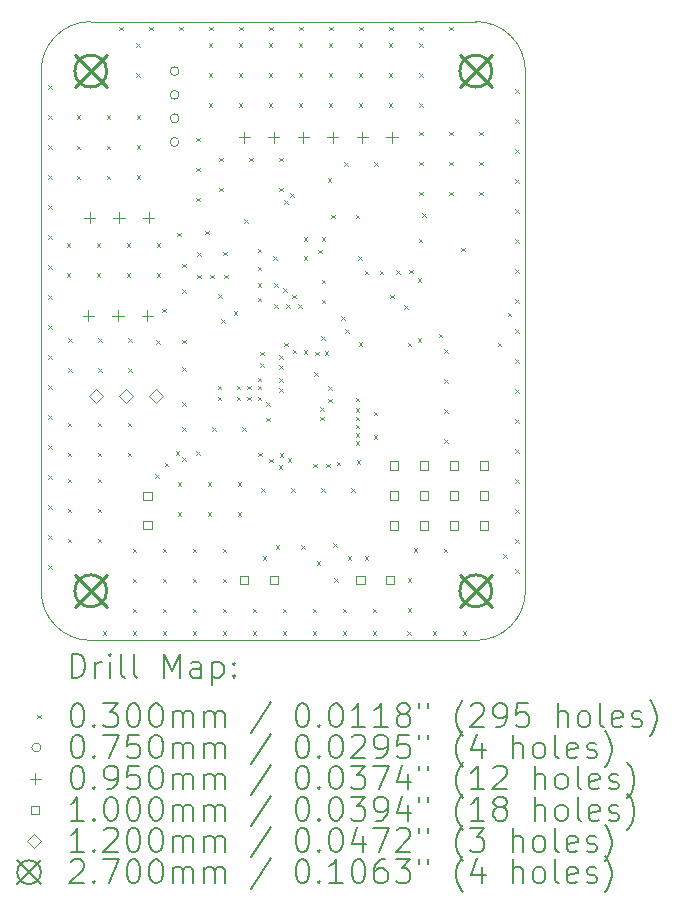
<source format=gbr>
%TF.GenerationSoftware,KiCad,Pcbnew,8.0.8*%
%TF.CreationDate,2025-02-05T20:30:05+01:00*%
%TF.ProjectId,Janus_finalV,4a616e75-735f-4666-996e-616c562e6b69,rev?*%
%TF.SameCoordinates,Original*%
%TF.FileFunction,Drillmap*%
%TF.FilePolarity,Positive*%
%FSLAX45Y45*%
G04 Gerber Fmt 4.5, Leading zero omitted, Abs format (unit mm)*
G04 Created by KiCad (PCBNEW 8.0.8) date 2025-02-05 20:30:05*
%MOMM*%
%LPD*%
G01*
G04 APERTURE LIST*
%ADD10C,0.050000*%
%ADD11C,0.200000*%
%ADD12C,0.100000*%
%ADD13C,0.120000*%
%ADD14C,0.270000*%
G04 APERTURE END LIST*
D10*
X11020000Y-4160000D02*
G75*
G02*
X11440000Y-3740000I420000J0D01*
G01*
X14700000Y-3740000D02*
X11440000Y-3740000D01*
X11440000Y-8980000D02*
G75*
G02*
X11020000Y-8560000I0J420000D01*
G01*
X11440000Y-8980000D02*
X14700000Y-8980000D01*
X14700000Y-3740000D02*
G75*
G02*
X15120000Y-4160000I0J-420000D01*
G01*
X15120000Y-8560000D02*
X15120000Y-4160000D01*
X15120000Y-8560000D02*
G75*
G02*
X14700000Y-8980000I-420000J0D01*
G01*
X11020000Y-4160000D02*
X11020000Y-8560000D01*
D11*
D12*
X11080000Y-4280000D02*
X11110000Y-4310000D01*
X11110000Y-4280000D02*
X11080000Y-4310000D01*
X11080000Y-4534000D02*
X11110000Y-4564000D01*
X11110000Y-4534000D02*
X11080000Y-4564000D01*
X11080000Y-4788000D02*
X11110000Y-4818000D01*
X11110000Y-4788000D02*
X11080000Y-4818000D01*
X11080000Y-5042000D02*
X11110000Y-5072000D01*
X11110000Y-5042000D02*
X11080000Y-5072000D01*
X11080000Y-5296000D02*
X11110000Y-5326000D01*
X11110000Y-5296000D02*
X11080000Y-5326000D01*
X11080000Y-5550000D02*
X11110000Y-5580000D01*
X11110000Y-5550000D02*
X11080000Y-5580000D01*
X11080000Y-5804000D02*
X11110000Y-5834000D01*
X11110000Y-5804000D02*
X11080000Y-5834000D01*
X11080000Y-6058000D02*
X11110000Y-6088000D01*
X11110000Y-6058000D02*
X11080000Y-6088000D01*
X11080000Y-6312000D02*
X11110000Y-6342000D01*
X11110000Y-6312000D02*
X11080000Y-6342000D01*
X11080000Y-6566000D02*
X11110000Y-6596000D01*
X11110000Y-6566000D02*
X11080000Y-6596000D01*
X11080000Y-6820000D02*
X11110000Y-6850000D01*
X11110000Y-6820000D02*
X11080000Y-6850000D01*
X11080000Y-7074000D02*
X11110000Y-7104000D01*
X11110000Y-7074000D02*
X11080000Y-7104000D01*
X11080000Y-7328000D02*
X11110000Y-7358000D01*
X11110000Y-7328000D02*
X11080000Y-7358000D01*
X11080000Y-7582000D02*
X11110000Y-7612000D01*
X11110000Y-7582000D02*
X11080000Y-7612000D01*
X11080000Y-7836000D02*
X11110000Y-7866000D01*
X11110000Y-7836000D02*
X11080000Y-7866000D01*
X11080000Y-8090000D02*
X11110000Y-8120000D01*
X11110000Y-8090000D02*
X11080000Y-8120000D01*
X11080000Y-8344000D02*
X11110000Y-8374000D01*
X11110000Y-8344000D02*
X11080000Y-8374000D01*
X11235000Y-5615000D02*
X11265000Y-5645000D01*
X11265000Y-5615000D02*
X11235000Y-5645000D01*
X11235000Y-5869000D02*
X11265000Y-5899000D01*
X11265000Y-5869000D02*
X11235000Y-5899000D01*
X11245000Y-7135000D02*
X11275000Y-7165000D01*
X11275000Y-7135000D02*
X11245000Y-7165000D01*
X11245000Y-7389000D02*
X11275000Y-7419000D01*
X11275000Y-7389000D02*
X11245000Y-7419000D01*
X11245000Y-7610000D02*
X11275000Y-7640000D01*
X11275000Y-7610000D02*
X11245000Y-7640000D01*
X11245000Y-7864000D02*
X11275000Y-7894000D01*
X11275000Y-7864000D02*
X11245000Y-7894000D01*
X11245000Y-8118000D02*
X11275000Y-8148000D01*
X11275000Y-8118000D02*
X11245000Y-8148000D01*
X11250000Y-6420000D02*
X11280000Y-6450000D01*
X11280000Y-6420000D02*
X11250000Y-6450000D01*
X11250000Y-6674000D02*
X11280000Y-6704000D01*
X11280000Y-6674000D02*
X11250000Y-6704000D01*
X11320000Y-4535000D02*
X11350000Y-4565000D01*
X11350000Y-4535000D02*
X11320000Y-4565000D01*
X11320000Y-4790000D02*
X11350000Y-4820000D01*
X11350000Y-4790000D02*
X11320000Y-4820000D01*
X11320000Y-5044000D02*
X11350000Y-5074000D01*
X11350000Y-5044000D02*
X11320000Y-5074000D01*
X11489000Y-5615000D02*
X11519000Y-5645000D01*
X11519000Y-5615000D02*
X11489000Y-5645000D01*
X11489000Y-5869000D02*
X11519000Y-5899000D01*
X11519000Y-5869000D02*
X11489000Y-5899000D01*
X11499000Y-7135000D02*
X11529000Y-7165000D01*
X11529000Y-7135000D02*
X11499000Y-7165000D01*
X11499000Y-7389000D02*
X11529000Y-7419000D01*
X11529000Y-7389000D02*
X11499000Y-7419000D01*
X11499000Y-7610000D02*
X11529000Y-7640000D01*
X11529000Y-7610000D02*
X11499000Y-7640000D01*
X11499000Y-7864000D02*
X11529000Y-7894000D01*
X11529000Y-7864000D02*
X11499000Y-7894000D01*
X11499000Y-8118000D02*
X11529000Y-8148000D01*
X11529000Y-8118000D02*
X11499000Y-8148000D01*
X11504000Y-6420000D02*
X11534000Y-6450000D01*
X11534000Y-6420000D02*
X11504000Y-6450000D01*
X11504000Y-6674000D02*
X11534000Y-6704000D01*
X11534000Y-6674000D02*
X11504000Y-6704000D01*
X11540000Y-8900000D02*
X11570000Y-8930000D01*
X11570000Y-8900000D02*
X11540000Y-8930000D01*
X11574000Y-4535000D02*
X11604000Y-4565000D01*
X11604000Y-4535000D02*
X11574000Y-4565000D01*
X11574000Y-4790000D02*
X11604000Y-4820000D01*
X11604000Y-4790000D02*
X11574000Y-4820000D01*
X11574000Y-5044000D02*
X11604000Y-5074000D01*
X11604000Y-5044000D02*
X11574000Y-5074000D01*
X11679000Y-3785000D02*
X11709000Y-3815000D01*
X11709000Y-3785000D02*
X11679000Y-3815000D01*
X11743000Y-5615000D02*
X11773000Y-5645000D01*
X11773000Y-5615000D02*
X11743000Y-5645000D01*
X11743000Y-5869000D02*
X11773000Y-5899000D01*
X11773000Y-5869000D02*
X11743000Y-5899000D01*
X11753000Y-7135000D02*
X11783000Y-7165000D01*
X11783000Y-7135000D02*
X11753000Y-7165000D01*
X11753000Y-7389000D02*
X11783000Y-7419000D01*
X11783000Y-7389000D02*
X11753000Y-7419000D01*
X11758000Y-6420000D02*
X11788000Y-6450000D01*
X11788000Y-6420000D02*
X11758000Y-6450000D01*
X11758000Y-6674000D02*
X11788000Y-6704000D01*
X11788000Y-6674000D02*
X11758000Y-6704000D01*
X11794000Y-8900000D02*
X11824000Y-8930000D01*
X11824000Y-8900000D02*
X11794000Y-8930000D01*
X11795000Y-8205000D02*
X11825000Y-8235000D01*
X11825000Y-8205000D02*
X11795000Y-8235000D01*
X11795000Y-8459000D02*
X11825000Y-8489000D01*
X11825000Y-8459000D02*
X11795000Y-8489000D01*
X11795000Y-8713000D02*
X11825000Y-8743000D01*
X11825000Y-8713000D02*
X11795000Y-8743000D01*
X11825000Y-3925000D02*
X11855000Y-3955000D01*
X11855000Y-3925000D02*
X11825000Y-3955000D01*
X11825000Y-4179000D02*
X11855000Y-4209000D01*
X11855000Y-4179000D02*
X11825000Y-4209000D01*
X11828000Y-4535000D02*
X11858000Y-4565000D01*
X11858000Y-4535000D02*
X11828000Y-4565000D01*
X11828000Y-4789000D02*
X11858000Y-4819000D01*
X11858000Y-4789000D02*
X11828000Y-4819000D01*
X11828000Y-5043000D02*
X11858000Y-5073000D01*
X11858000Y-5043000D02*
X11828000Y-5073000D01*
X11933000Y-3785000D02*
X11963000Y-3815000D01*
X11963000Y-3785000D02*
X11933000Y-3815000D01*
X11985000Y-7575000D02*
X12015000Y-7605000D01*
X12015000Y-7575000D02*
X11985000Y-7605000D01*
X11995000Y-6440000D02*
X12025000Y-6470000D01*
X12025000Y-6440000D02*
X11995000Y-6470000D01*
X11997000Y-5615000D02*
X12027000Y-5645000D01*
X12027000Y-5615000D02*
X11997000Y-5645000D01*
X11997000Y-5869000D02*
X12027000Y-5899000D01*
X12027000Y-5869000D02*
X11997000Y-5899000D01*
X12045000Y-6170000D02*
X12075000Y-6200000D01*
X12075000Y-6170000D02*
X12045000Y-6200000D01*
X12048000Y-8900000D02*
X12078000Y-8930000D01*
X12078000Y-8900000D02*
X12048000Y-8930000D01*
X12049000Y-8205000D02*
X12079000Y-8235000D01*
X12079000Y-8205000D02*
X12049000Y-8235000D01*
X12049000Y-8459000D02*
X12079000Y-8489000D01*
X12079000Y-8459000D02*
X12049000Y-8489000D01*
X12049000Y-8713000D02*
X12079000Y-8743000D01*
X12079000Y-8713000D02*
X12049000Y-8743000D01*
X12065000Y-7475000D02*
X12095000Y-7505000D01*
X12095000Y-7475000D02*
X12065000Y-7505000D01*
X12160000Y-7380000D02*
X12190000Y-7410000D01*
X12190000Y-7380000D02*
X12160000Y-7410000D01*
X12170000Y-5530000D02*
X12200000Y-5560000D01*
X12200000Y-5530000D02*
X12170000Y-5560000D01*
X12175000Y-7640000D02*
X12205000Y-7670000D01*
X12205000Y-7640000D02*
X12175000Y-7670000D01*
X12175000Y-7894000D02*
X12205000Y-7924000D01*
X12205000Y-7894000D02*
X12175000Y-7924000D01*
X12187000Y-3785000D02*
X12217000Y-3815000D01*
X12217000Y-3785000D02*
X12187000Y-3815000D01*
X12215000Y-5790000D02*
X12245000Y-5820000D01*
X12245000Y-5790000D02*
X12215000Y-5820000D01*
X12215000Y-6005000D02*
X12245000Y-6035000D01*
X12245000Y-6005000D02*
X12215000Y-6035000D01*
X12215000Y-6435000D02*
X12245000Y-6465000D01*
X12245000Y-6435000D02*
X12215000Y-6465000D01*
X12215000Y-6669000D02*
X12245000Y-6699000D01*
X12245000Y-6669000D02*
X12215000Y-6699000D01*
X12215000Y-6965000D02*
X12245000Y-6995000D01*
X12245000Y-6965000D02*
X12215000Y-6995000D01*
X12215000Y-7177000D02*
X12245000Y-7207000D01*
X12245000Y-7177000D02*
X12215000Y-7207000D01*
X12215000Y-7431000D02*
X12245000Y-7461000D01*
X12245000Y-7431000D02*
X12215000Y-7461000D01*
X12302000Y-8900000D02*
X12332000Y-8930000D01*
X12332000Y-8900000D02*
X12302000Y-8930000D01*
X12303000Y-8205000D02*
X12333000Y-8235000D01*
X12333000Y-8205000D02*
X12303000Y-8235000D01*
X12303000Y-8459000D02*
X12333000Y-8489000D01*
X12333000Y-8459000D02*
X12303000Y-8489000D01*
X12303000Y-8713000D02*
X12333000Y-8743000D01*
X12333000Y-8713000D02*
X12303000Y-8743000D01*
X12335000Y-4725000D02*
X12365000Y-4755000D01*
X12365000Y-4725000D02*
X12335000Y-4755000D01*
X12335000Y-4979000D02*
X12365000Y-5009000D01*
X12365000Y-4979000D02*
X12335000Y-5009000D01*
X12335000Y-5233000D02*
X12365000Y-5263000D01*
X12365000Y-5233000D02*
X12335000Y-5263000D01*
X12335000Y-7380000D02*
X12365000Y-7410000D01*
X12365000Y-7380000D02*
X12335000Y-7410000D01*
X12340000Y-5695000D02*
X12370000Y-5725000D01*
X12370000Y-5695000D02*
X12340000Y-5725000D01*
X12340000Y-5885000D02*
X12370000Y-5915000D01*
X12370000Y-5885000D02*
X12340000Y-5915000D01*
X12410000Y-5510000D02*
X12440000Y-5540000D01*
X12440000Y-5510000D02*
X12410000Y-5540000D01*
X12429000Y-7640000D02*
X12459000Y-7670000D01*
X12459000Y-7640000D02*
X12429000Y-7670000D01*
X12429000Y-7894000D02*
X12459000Y-7924000D01*
X12459000Y-7894000D02*
X12429000Y-7924000D01*
X12440000Y-3925000D02*
X12470000Y-3955000D01*
X12470000Y-3925000D02*
X12440000Y-3955000D01*
X12440000Y-4179000D02*
X12470000Y-4209000D01*
X12470000Y-4179000D02*
X12440000Y-4209000D01*
X12440000Y-4433000D02*
X12470000Y-4463000D01*
X12470000Y-4433000D02*
X12440000Y-4463000D01*
X12441000Y-3785000D02*
X12471000Y-3815000D01*
X12471000Y-3785000D02*
X12441000Y-3815000D01*
X12450000Y-5885000D02*
X12480000Y-5915000D01*
X12480000Y-5885000D02*
X12450000Y-5915000D01*
X12469000Y-7177000D02*
X12499000Y-7207000D01*
X12499000Y-7177000D02*
X12469000Y-7207000D01*
X12515000Y-6825000D02*
X12545000Y-6855000D01*
X12545000Y-6825000D02*
X12515000Y-6855000D01*
X12515000Y-6915000D02*
X12545000Y-6945000D01*
X12545000Y-6915000D02*
X12515000Y-6945000D01*
X12520000Y-6050000D02*
X12550000Y-6080000D01*
X12550000Y-6050000D02*
X12520000Y-6080000D01*
X12530000Y-4895000D02*
X12560000Y-4925000D01*
X12560000Y-4895000D02*
X12530000Y-4925000D01*
X12530000Y-5149000D02*
X12560000Y-5179000D01*
X12560000Y-5149000D02*
X12530000Y-5179000D01*
X12545000Y-6260000D02*
X12575000Y-6290000D01*
X12575000Y-6260000D02*
X12545000Y-6290000D01*
X12556000Y-8900000D02*
X12586000Y-8930000D01*
X12586000Y-8900000D02*
X12556000Y-8930000D01*
X12557000Y-8205000D02*
X12587000Y-8235000D01*
X12587000Y-8205000D02*
X12557000Y-8235000D01*
X12557000Y-8459000D02*
X12587000Y-8489000D01*
X12587000Y-8459000D02*
X12557000Y-8489000D01*
X12557000Y-8713000D02*
X12587000Y-8743000D01*
X12587000Y-8713000D02*
X12557000Y-8743000D01*
X12560000Y-5690000D02*
X12590000Y-5720000D01*
X12590000Y-5690000D02*
X12560000Y-5720000D01*
X12570000Y-5885000D02*
X12600000Y-5915000D01*
X12600000Y-5885000D02*
X12570000Y-5915000D01*
X12650000Y-6195000D02*
X12680000Y-6225000D01*
X12680000Y-6195000D02*
X12650000Y-6225000D01*
X12675000Y-6825000D02*
X12705000Y-6855000D01*
X12705000Y-6825000D02*
X12675000Y-6855000D01*
X12675000Y-6915000D02*
X12705000Y-6945000D01*
X12705000Y-6915000D02*
X12675000Y-6945000D01*
X12683000Y-7640000D02*
X12713000Y-7670000D01*
X12713000Y-7640000D02*
X12683000Y-7670000D01*
X12683000Y-7894000D02*
X12713000Y-7924000D01*
X12713000Y-7894000D02*
X12683000Y-7924000D01*
X12694000Y-3925000D02*
X12724000Y-3955000D01*
X12724000Y-3925000D02*
X12694000Y-3955000D01*
X12694000Y-4179000D02*
X12724000Y-4209000D01*
X12724000Y-4179000D02*
X12694000Y-4209000D01*
X12694000Y-4433000D02*
X12724000Y-4463000D01*
X12724000Y-4433000D02*
X12694000Y-4463000D01*
X12695000Y-3785000D02*
X12725000Y-3815000D01*
X12725000Y-3785000D02*
X12695000Y-3815000D01*
X12723000Y-7177000D02*
X12753000Y-7207000D01*
X12753000Y-7177000D02*
X12723000Y-7207000D01*
X12740000Y-5415000D02*
X12770000Y-5445000D01*
X12770000Y-5415000D02*
X12740000Y-5445000D01*
X12765000Y-6825000D02*
X12795000Y-6855000D01*
X12795000Y-6825000D02*
X12765000Y-6855000D01*
X12765000Y-6915000D02*
X12795000Y-6945000D01*
X12795000Y-6915000D02*
X12765000Y-6945000D01*
X12784000Y-4895000D02*
X12814000Y-4925000D01*
X12814000Y-4895000D02*
X12784000Y-4925000D01*
X12810000Y-8900000D02*
X12840000Y-8930000D01*
X12840000Y-8900000D02*
X12810000Y-8930000D01*
X12811000Y-8713000D02*
X12841000Y-8743000D01*
X12841000Y-8713000D02*
X12811000Y-8743000D01*
X12855000Y-5665000D02*
X12885000Y-5695000D01*
X12885000Y-5665000D02*
X12855000Y-5695000D01*
X12855000Y-5815000D02*
X12885000Y-5845000D01*
X12885000Y-5815000D02*
X12855000Y-5845000D01*
X12855000Y-5955000D02*
X12885000Y-5985000D01*
X12885000Y-5955000D02*
X12855000Y-5985000D01*
X12855000Y-6080000D02*
X12885000Y-6110000D01*
X12885000Y-6080000D02*
X12855000Y-6110000D01*
X12855000Y-6755000D02*
X12885000Y-6785000D01*
X12885000Y-6755000D02*
X12855000Y-6785000D01*
X12855000Y-6825000D02*
X12885000Y-6855000D01*
X12885000Y-6825000D02*
X12855000Y-6855000D01*
X12855000Y-6915000D02*
X12885000Y-6945000D01*
X12885000Y-6915000D02*
X12855000Y-6945000D01*
X12860000Y-7390000D02*
X12890000Y-7420000D01*
X12890000Y-7390000D02*
X12860000Y-7420000D01*
X12875000Y-6535000D02*
X12905000Y-6565000D01*
X12905000Y-6535000D02*
X12875000Y-6565000D01*
X12875000Y-6635000D02*
X12905000Y-6665000D01*
X12905000Y-6635000D02*
X12875000Y-6665000D01*
X12885000Y-7690000D02*
X12915000Y-7720000D01*
X12915000Y-7690000D02*
X12885000Y-7720000D01*
X12895000Y-8265000D02*
X12925000Y-8295000D01*
X12925000Y-8265000D02*
X12895000Y-8295000D01*
X12925000Y-6965000D02*
X12955000Y-6995000D01*
X12955000Y-6965000D02*
X12925000Y-6995000D01*
X12925000Y-7095000D02*
X12955000Y-7125000D01*
X12955000Y-7095000D02*
X12925000Y-7125000D01*
X12948000Y-3925000D02*
X12978000Y-3955000D01*
X12978000Y-3925000D02*
X12948000Y-3955000D01*
X12948000Y-4179000D02*
X12978000Y-4209000D01*
X12978000Y-4179000D02*
X12948000Y-4209000D01*
X12948000Y-4433000D02*
X12978000Y-4463000D01*
X12978000Y-4433000D02*
X12948000Y-4463000D01*
X12949000Y-3785000D02*
X12979000Y-3815000D01*
X12979000Y-3785000D02*
X12949000Y-3815000D01*
X12950000Y-7440000D02*
X12980000Y-7470000D01*
X12980000Y-7440000D02*
X12950000Y-7470000D01*
X12985000Y-5725000D02*
X13015000Y-5755000D01*
X13015000Y-5725000D02*
X12985000Y-5755000D01*
X12995000Y-5955000D02*
X13025000Y-5985000D01*
X13025000Y-5955000D02*
X12995000Y-5985000D01*
X12995000Y-6135000D02*
X13025000Y-6165000D01*
X13025000Y-6135000D02*
X12995000Y-6165000D01*
X13005000Y-8175000D02*
X13035000Y-8205000D01*
X13035000Y-8175000D02*
X13005000Y-8205000D01*
X13030000Y-7495000D02*
X13060000Y-7525000D01*
X13060000Y-7495000D02*
X13030000Y-7525000D01*
X13035000Y-6565000D02*
X13065000Y-6595000D01*
X13065000Y-6565000D02*
X13035000Y-6595000D01*
X13035000Y-6650000D02*
X13065000Y-6680000D01*
X13065000Y-6650000D02*
X13035000Y-6680000D01*
X13035000Y-6760000D02*
X13065000Y-6790000D01*
X13065000Y-6760000D02*
X13035000Y-6790000D01*
X13035000Y-6845000D02*
X13065000Y-6875000D01*
X13065000Y-6845000D02*
X13035000Y-6875000D01*
X13038000Y-4895000D02*
X13068000Y-4925000D01*
X13068000Y-4895000D02*
X13038000Y-4925000D01*
X13038000Y-5149000D02*
X13068000Y-5179000D01*
X13068000Y-5149000D02*
X13038000Y-5179000D01*
X13040000Y-7395000D02*
X13070000Y-7425000D01*
X13070000Y-7395000D02*
X13040000Y-7425000D01*
X13064000Y-8900000D02*
X13094000Y-8930000D01*
X13094000Y-8900000D02*
X13064000Y-8930000D01*
X13065000Y-8713000D02*
X13095000Y-8743000D01*
X13095000Y-8713000D02*
X13065000Y-8743000D01*
X13070093Y-6000000D02*
X13100093Y-6030000D01*
X13100093Y-6000000D02*
X13070093Y-6030000D01*
X13080000Y-5255000D02*
X13110000Y-5285000D01*
X13110000Y-5255000D02*
X13080000Y-5285000D01*
X13080000Y-6457682D02*
X13110000Y-6487682D01*
X13110000Y-6457682D02*
X13080000Y-6487682D01*
X13095000Y-6135000D02*
X13125000Y-6165000D01*
X13125000Y-6135000D02*
X13095000Y-6165000D01*
X13108600Y-7436160D02*
X13138600Y-7466160D01*
X13138600Y-7436160D02*
X13108600Y-7466160D01*
X13130000Y-5192550D02*
X13160000Y-5222550D01*
X13160000Y-5192550D02*
X13130000Y-5222550D01*
X13139000Y-7690000D02*
X13169000Y-7720000D01*
X13169000Y-7690000D02*
X13139000Y-7720000D01*
X13145000Y-6055000D02*
X13175000Y-6085000D01*
X13175000Y-6055000D02*
X13145000Y-6085000D01*
X13150555Y-6517534D02*
X13180555Y-6547534D01*
X13180555Y-6517534D02*
X13150555Y-6547534D01*
X13195000Y-6135000D02*
X13225000Y-6165000D01*
X13225000Y-6135000D02*
X13195000Y-6165000D01*
X13202000Y-3925000D02*
X13232000Y-3955000D01*
X13232000Y-3925000D02*
X13202000Y-3955000D01*
X13202000Y-4179000D02*
X13232000Y-4209000D01*
X13232000Y-4179000D02*
X13202000Y-4209000D01*
X13202000Y-4433000D02*
X13232000Y-4463000D01*
X13232000Y-4433000D02*
X13202000Y-4463000D01*
X13203000Y-3785000D02*
X13233000Y-3815000D01*
X13233000Y-3785000D02*
X13203000Y-3815000D01*
X13220000Y-8175000D02*
X13250000Y-8205000D01*
X13250000Y-8175000D02*
X13220000Y-8205000D01*
X13242108Y-6524234D02*
X13272108Y-6554234D01*
X13272108Y-6524234D02*
X13242108Y-6554234D01*
X13245000Y-5565000D02*
X13275000Y-5595000D01*
X13275000Y-5565000D02*
X13245000Y-5595000D01*
X13245000Y-5725000D02*
X13275000Y-5755000D01*
X13275000Y-5725000D02*
X13245000Y-5755000D01*
X13318000Y-8900000D02*
X13348000Y-8930000D01*
X13348000Y-8900000D02*
X13318000Y-8930000D01*
X13319000Y-8713000D02*
X13349000Y-8743000D01*
X13349000Y-8713000D02*
X13319000Y-8743000D01*
X13325000Y-7485000D02*
X13355000Y-7515000D01*
X13355000Y-7485000D02*
X13325000Y-7515000D01*
X13330000Y-6710000D02*
X13360000Y-6740000D01*
X13360000Y-6710000D02*
X13330000Y-6740000D01*
X13340365Y-6537638D02*
X13370365Y-6567638D01*
X13370365Y-6537638D02*
X13340365Y-6567638D01*
X13355000Y-8310000D02*
X13385000Y-8340000D01*
X13385000Y-8310000D02*
X13355000Y-8340000D01*
X13365000Y-5672500D02*
X13395000Y-5702500D01*
X13395000Y-5672500D02*
X13365000Y-5702500D01*
X13385000Y-7005000D02*
X13415000Y-7035000D01*
X13415000Y-7005000D02*
X13385000Y-7035000D01*
X13385000Y-7085000D02*
X13415000Y-7115000D01*
X13415000Y-7085000D02*
X13385000Y-7115000D01*
X13390000Y-6405000D02*
X13420000Y-6435000D01*
X13420000Y-6405000D02*
X13390000Y-6435000D01*
X13393000Y-7690000D02*
X13423000Y-7720000D01*
X13423000Y-7690000D02*
X13393000Y-7720000D01*
X13395000Y-5565000D02*
X13425000Y-5595000D01*
X13425000Y-5565000D02*
X13395000Y-5595000D01*
X13395000Y-5925000D02*
X13425000Y-5955000D01*
X13425000Y-5925000D02*
X13395000Y-5955000D01*
X13395000Y-6095000D02*
X13425000Y-6125000D01*
X13425000Y-6095000D02*
X13395000Y-6125000D01*
X13420000Y-6530000D02*
X13450000Y-6560000D01*
X13450000Y-6530000D02*
X13420000Y-6560000D01*
X13432123Y-7482123D02*
X13462123Y-7512123D01*
X13462123Y-7482123D02*
X13432123Y-7512123D01*
X13445000Y-5065000D02*
X13475000Y-5095000D01*
X13475000Y-5065000D02*
X13445000Y-5095000D01*
X13450000Y-6830000D02*
X13480000Y-6860000D01*
X13480000Y-6830000D02*
X13450000Y-6860000D01*
X13450000Y-6935000D02*
X13480000Y-6965000D01*
X13480000Y-6935000D02*
X13450000Y-6965000D01*
X13456000Y-3925000D02*
X13486000Y-3955000D01*
X13486000Y-3925000D02*
X13456000Y-3955000D01*
X13456000Y-4179000D02*
X13486000Y-4209000D01*
X13486000Y-4179000D02*
X13456000Y-4209000D01*
X13456000Y-4433000D02*
X13486000Y-4463000D01*
X13486000Y-4433000D02*
X13456000Y-4463000D01*
X13457000Y-3785000D02*
X13487000Y-3815000D01*
X13487000Y-3785000D02*
X13457000Y-3815000D01*
X13475000Y-5375000D02*
X13505000Y-5405000D01*
X13505000Y-5375000D02*
X13475000Y-5405000D01*
X13495000Y-8155000D02*
X13525000Y-8185000D01*
X13525000Y-8155000D02*
X13495000Y-8185000D01*
X13500000Y-8455000D02*
X13530000Y-8485000D01*
X13530000Y-8455000D02*
X13500000Y-8485000D01*
X13523085Y-7465407D02*
X13553085Y-7495407D01*
X13553085Y-7465407D02*
X13523085Y-7495407D01*
X13560000Y-6235000D02*
X13590000Y-6265000D01*
X13590000Y-6235000D02*
X13560000Y-6265000D01*
X13572000Y-8900000D02*
X13602000Y-8930000D01*
X13602000Y-8900000D02*
X13572000Y-8930000D01*
X13573000Y-8713000D02*
X13603000Y-8743000D01*
X13603000Y-8713000D02*
X13573000Y-8743000D01*
X13585000Y-4930000D02*
X13615000Y-4960000D01*
X13615000Y-4930000D02*
X13585000Y-4960000D01*
X13595000Y-6345000D02*
X13625000Y-6375000D01*
X13625000Y-6345000D02*
X13595000Y-6375000D01*
X13615000Y-8265000D02*
X13645000Y-8295000D01*
X13645000Y-8265000D02*
X13615000Y-8295000D01*
X13647000Y-7690000D02*
X13677000Y-7720000D01*
X13677000Y-7690000D02*
X13647000Y-7720000D01*
X13685000Y-5375000D02*
X13715000Y-5405000D01*
X13715000Y-5375000D02*
X13685000Y-5405000D01*
X13685000Y-6925000D02*
X13715000Y-6955000D01*
X13715000Y-6925000D02*
X13685000Y-6955000D01*
X13685000Y-7015000D02*
X13715000Y-7045000D01*
X13715000Y-7015000D02*
X13685000Y-7045000D01*
X13685000Y-7085000D02*
X13715000Y-7115000D01*
X13715000Y-7085000D02*
X13685000Y-7115000D01*
X13685000Y-7155000D02*
X13715000Y-7185000D01*
X13715000Y-7155000D02*
X13685000Y-7185000D01*
X13685000Y-7225000D02*
X13715000Y-7255000D01*
X13715000Y-7225000D02*
X13685000Y-7255000D01*
X13685000Y-7295000D02*
X13715000Y-7325000D01*
X13715000Y-7295000D02*
X13685000Y-7325000D01*
X13690000Y-7455000D02*
X13720000Y-7485000D01*
X13720000Y-7455000D02*
X13690000Y-7485000D01*
X13705000Y-5725000D02*
X13735000Y-5755000D01*
X13735000Y-5725000D02*
X13705000Y-5755000D01*
X13710000Y-3925000D02*
X13740000Y-3955000D01*
X13740000Y-3925000D02*
X13710000Y-3955000D01*
X13710000Y-4179000D02*
X13740000Y-4209000D01*
X13740000Y-4179000D02*
X13710000Y-4209000D01*
X13710000Y-4433000D02*
X13740000Y-4463000D01*
X13740000Y-4433000D02*
X13710000Y-4463000D01*
X13710000Y-6455000D02*
X13740000Y-6485000D01*
X13740000Y-6455000D02*
X13710000Y-6485000D01*
X13711000Y-3785000D02*
X13741000Y-3815000D01*
X13741000Y-3785000D02*
X13711000Y-3815000D01*
X13760000Y-5850000D02*
X13790000Y-5880000D01*
X13790000Y-5850000D02*
X13760000Y-5880000D01*
X13760000Y-8265000D02*
X13790000Y-8295000D01*
X13790000Y-8265000D02*
X13760000Y-8295000D01*
X13826000Y-8900000D02*
X13856000Y-8930000D01*
X13856000Y-8900000D02*
X13826000Y-8930000D01*
X13827000Y-8713000D02*
X13857000Y-8743000D01*
X13857000Y-8713000D02*
X13827000Y-8743000D01*
X13835000Y-7045000D02*
X13865000Y-7075000D01*
X13865000Y-7045000D02*
X13835000Y-7075000D01*
X13835000Y-7245000D02*
X13865000Y-7275000D01*
X13865000Y-7245000D02*
X13835000Y-7275000D01*
X13839000Y-4930000D02*
X13869000Y-4960000D01*
X13869000Y-4930000D02*
X13839000Y-4960000D01*
X13885000Y-5850000D02*
X13915000Y-5880000D01*
X13915000Y-5850000D02*
X13885000Y-5880000D01*
X13964000Y-3925000D02*
X13994000Y-3955000D01*
X13994000Y-3925000D02*
X13964000Y-3955000D01*
X13964000Y-4179000D02*
X13994000Y-4209000D01*
X13994000Y-4179000D02*
X13964000Y-4209000D01*
X13964000Y-4433000D02*
X13994000Y-4463000D01*
X13994000Y-4433000D02*
X13964000Y-4463000D01*
X13965000Y-3785000D02*
X13995000Y-3815000D01*
X13995000Y-3785000D02*
X13965000Y-3815000D01*
X13977573Y-6052426D02*
X14007573Y-6082426D01*
X14007573Y-6052426D02*
X13977573Y-6082426D01*
X14025000Y-5845000D02*
X14055000Y-5875000D01*
X14055000Y-5845000D02*
X14025000Y-5875000D01*
X14095000Y-6140000D02*
X14125000Y-6170000D01*
X14125000Y-6140000D02*
X14095000Y-6170000D01*
X14120000Y-8900000D02*
X14150000Y-8930000D01*
X14150000Y-8900000D02*
X14120000Y-8930000D01*
X14123000Y-8453000D02*
X14153000Y-8483000D01*
X14153000Y-8453000D02*
X14123000Y-8483000D01*
X14123000Y-8707000D02*
X14153000Y-8737000D01*
X14153000Y-8707000D02*
X14123000Y-8737000D01*
X14125000Y-6460000D02*
X14155000Y-6490000D01*
X14155000Y-6460000D02*
X14125000Y-6490000D01*
X14135000Y-5840000D02*
X14165000Y-5870000D01*
X14165000Y-5840000D02*
X14135000Y-5870000D01*
X14175000Y-8200000D02*
X14205000Y-8230000D01*
X14205000Y-8200000D02*
X14175000Y-8230000D01*
X14210000Y-5915000D02*
X14240000Y-5945000D01*
X14240000Y-5915000D02*
X14210000Y-5945000D01*
X14210000Y-6420000D02*
X14240000Y-6450000D01*
X14240000Y-6420000D02*
X14210000Y-6450000D01*
X14215000Y-5580000D02*
X14245000Y-5610000D01*
X14245000Y-5580000D02*
X14215000Y-5610000D01*
X14219000Y-3785000D02*
X14249000Y-3815000D01*
X14249000Y-3785000D02*
X14219000Y-3815000D01*
X14220000Y-3925000D02*
X14250000Y-3955000D01*
X14250000Y-3925000D02*
X14220000Y-3955000D01*
X14220000Y-4180000D02*
X14250000Y-4210000D01*
X14250000Y-4180000D02*
X14220000Y-4210000D01*
X14220000Y-4430000D02*
X14250000Y-4460000D01*
X14250000Y-4430000D02*
X14220000Y-4460000D01*
X14220000Y-4675000D02*
X14250000Y-4705000D01*
X14250000Y-4675000D02*
X14220000Y-4705000D01*
X14220000Y-4929000D02*
X14250000Y-4959000D01*
X14250000Y-4929000D02*
X14220000Y-4959000D01*
X14220000Y-5183000D02*
X14250000Y-5213000D01*
X14250000Y-5183000D02*
X14220000Y-5213000D01*
X14245000Y-5365000D02*
X14275000Y-5395000D01*
X14275000Y-5365000D02*
X14245000Y-5395000D01*
X14334000Y-8900000D02*
X14364000Y-8930000D01*
X14364000Y-8900000D02*
X14334000Y-8930000D01*
X14385000Y-6385000D02*
X14415000Y-6415000D01*
X14415000Y-6385000D02*
X14385000Y-6415000D01*
X14430000Y-8205000D02*
X14460000Y-8235000D01*
X14460000Y-8205000D02*
X14430000Y-8235000D01*
X14435000Y-6515000D02*
X14465000Y-6545000D01*
X14465000Y-6515000D02*
X14435000Y-6545000D01*
X14435000Y-6769000D02*
X14465000Y-6799000D01*
X14465000Y-6769000D02*
X14435000Y-6799000D01*
X14435000Y-7023000D02*
X14465000Y-7053000D01*
X14465000Y-7023000D02*
X14435000Y-7053000D01*
X14435000Y-7277000D02*
X14465000Y-7307000D01*
X14465000Y-7277000D02*
X14435000Y-7307000D01*
X14473000Y-3785000D02*
X14503000Y-3815000D01*
X14503000Y-3785000D02*
X14473000Y-3815000D01*
X14474000Y-4675000D02*
X14504000Y-4705000D01*
X14504000Y-4675000D02*
X14474000Y-4705000D01*
X14474000Y-4929000D02*
X14504000Y-4959000D01*
X14504000Y-4929000D02*
X14474000Y-4959000D01*
X14474000Y-5183000D02*
X14504000Y-5213000D01*
X14504000Y-5183000D02*
X14474000Y-5213000D01*
X14575000Y-5655000D02*
X14605000Y-5685000D01*
X14605000Y-5655000D02*
X14575000Y-5685000D01*
X14588000Y-8900000D02*
X14618000Y-8930000D01*
X14618000Y-8900000D02*
X14588000Y-8930000D01*
X14728000Y-4675000D02*
X14758000Y-4705000D01*
X14758000Y-4675000D02*
X14728000Y-4705000D01*
X14728000Y-4929000D02*
X14758000Y-4959000D01*
X14758000Y-4929000D02*
X14728000Y-4959000D01*
X14728000Y-5183000D02*
X14758000Y-5213000D01*
X14758000Y-5183000D02*
X14728000Y-5213000D01*
X14887000Y-6460000D02*
X14917000Y-6490000D01*
X14917000Y-6460000D02*
X14887000Y-6490000D01*
X14930000Y-8250000D02*
X14960000Y-8280000D01*
X14960000Y-8250000D02*
X14930000Y-8280000D01*
X14970000Y-6205000D02*
X15000000Y-6235000D01*
X15000000Y-6205000D02*
X14970000Y-6235000D01*
X15035000Y-4315000D02*
X15065000Y-4345000D01*
X15065000Y-4315000D02*
X15035000Y-4345000D01*
X15035000Y-4569000D02*
X15065000Y-4599000D01*
X15065000Y-4569000D02*
X15035000Y-4599000D01*
X15035000Y-4823000D02*
X15065000Y-4853000D01*
X15065000Y-4823000D02*
X15035000Y-4853000D01*
X15035000Y-5077000D02*
X15065000Y-5107000D01*
X15065000Y-5077000D02*
X15035000Y-5107000D01*
X15035000Y-5331000D02*
X15065000Y-5361000D01*
X15065000Y-5331000D02*
X15035000Y-5361000D01*
X15035000Y-5585000D02*
X15065000Y-5615000D01*
X15065000Y-5585000D02*
X15035000Y-5615000D01*
X15035000Y-5839000D02*
X15065000Y-5869000D01*
X15065000Y-5839000D02*
X15035000Y-5869000D01*
X15035000Y-6093000D02*
X15065000Y-6123000D01*
X15065000Y-6093000D02*
X15035000Y-6123000D01*
X15035000Y-6347000D02*
X15065000Y-6377000D01*
X15065000Y-6347000D02*
X15035000Y-6377000D01*
X15035000Y-6601000D02*
X15065000Y-6631000D01*
X15065000Y-6601000D02*
X15035000Y-6631000D01*
X15035000Y-6855000D02*
X15065000Y-6885000D01*
X15065000Y-6855000D02*
X15035000Y-6885000D01*
X15035000Y-7109000D02*
X15065000Y-7139000D01*
X15065000Y-7109000D02*
X15035000Y-7139000D01*
X15035000Y-7363000D02*
X15065000Y-7393000D01*
X15065000Y-7363000D02*
X15035000Y-7393000D01*
X15035000Y-7617000D02*
X15065000Y-7647000D01*
X15065000Y-7617000D02*
X15035000Y-7647000D01*
X15035000Y-7871000D02*
X15065000Y-7901000D01*
X15065000Y-7871000D02*
X15035000Y-7901000D01*
X15035000Y-8125000D02*
X15065000Y-8155000D01*
X15065000Y-8125000D02*
X15035000Y-8155000D01*
X15035000Y-8379000D02*
X15065000Y-8409000D01*
X15065000Y-8379000D02*
X15035000Y-8409000D01*
X12187500Y-4160000D02*
G75*
G02*
X12112500Y-4160000I-37500J0D01*
G01*
X12112500Y-4160000D02*
G75*
G02*
X12187500Y-4160000I37500J0D01*
G01*
X12187500Y-4360000D02*
G75*
G02*
X12112500Y-4360000I-37500J0D01*
G01*
X12112500Y-4360000D02*
G75*
G02*
X12187500Y-4360000I37500J0D01*
G01*
X12187500Y-4560000D02*
G75*
G02*
X12112500Y-4560000I-37500J0D01*
G01*
X12112500Y-4560000D02*
G75*
G02*
X12187500Y-4560000I37500J0D01*
G01*
X12187500Y-4760000D02*
G75*
G02*
X12112500Y-4760000I-37500J0D01*
G01*
X12112500Y-4760000D02*
G75*
G02*
X12187500Y-4760000I37500J0D01*
G01*
X11420000Y-6182500D02*
X11420000Y-6277500D01*
X11372500Y-6230000D02*
X11467500Y-6230000D01*
X11430000Y-5352500D02*
X11430000Y-5447500D01*
X11382500Y-5400000D02*
X11477500Y-5400000D01*
X11670000Y-6182500D02*
X11670000Y-6277500D01*
X11622500Y-6230000D02*
X11717500Y-6230000D01*
X11680000Y-5352500D02*
X11680000Y-5447500D01*
X11632500Y-5400000D02*
X11727500Y-5400000D01*
X11920000Y-6182500D02*
X11920000Y-6277500D01*
X11872500Y-6230000D02*
X11967500Y-6230000D01*
X11930000Y-5352500D02*
X11930000Y-5447500D01*
X11882500Y-5400000D02*
X11977500Y-5400000D01*
X12740000Y-4672500D02*
X12740000Y-4767500D01*
X12692500Y-4720000D02*
X12787500Y-4720000D01*
X12990000Y-4672500D02*
X12990000Y-4767500D01*
X12942500Y-4720000D02*
X13037500Y-4720000D01*
X13240000Y-4672500D02*
X13240000Y-4767500D01*
X13192500Y-4720000D02*
X13287500Y-4720000D01*
X13490000Y-4672500D02*
X13490000Y-4767500D01*
X13442500Y-4720000D02*
X13537500Y-4720000D01*
X13740000Y-4672500D02*
X13740000Y-4767500D01*
X13692500Y-4720000D02*
X13787500Y-4720000D01*
X13990000Y-4672500D02*
X13990000Y-4767500D01*
X13942500Y-4720000D02*
X14037500Y-4720000D01*
X11955356Y-7790356D02*
X11955356Y-7719644D01*
X11884644Y-7719644D01*
X11884644Y-7790356D01*
X11955356Y-7790356D01*
X11955356Y-8040356D02*
X11955356Y-7969644D01*
X11884644Y-7969644D01*
X11884644Y-8040356D01*
X11955356Y-8040356D01*
X12775356Y-8505356D02*
X12775356Y-8434644D01*
X12704644Y-8434644D01*
X12704644Y-8505356D01*
X12775356Y-8505356D01*
X13025356Y-8505356D02*
X13025356Y-8434644D01*
X12954644Y-8434644D01*
X12954644Y-8505356D01*
X13025356Y-8505356D01*
X13760356Y-8505356D02*
X13760356Y-8434644D01*
X13689644Y-8434644D01*
X13689644Y-8505356D01*
X13760356Y-8505356D01*
X14010356Y-8505356D02*
X14010356Y-8434644D01*
X13939644Y-8434644D01*
X13939644Y-8505356D01*
X14010356Y-8505356D01*
X14043356Y-7535356D02*
X14043356Y-7464644D01*
X13972644Y-7464644D01*
X13972644Y-7535356D01*
X14043356Y-7535356D01*
X14043356Y-7789356D02*
X14043356Y-7718644D01*
X13972644Y-7718644D01*
X13972644Y-7789356D01*
X14043356Y-7789356D01*
X14043356Y-8043356D02*
X14043356Y-7972644D01*
X13972644Y-7972644D01*
X13972644Y-8043356D01*
X14043356Y-8043356D01*
X14297356Y-7535356D02*
X14297356Y-7464644D01*
X14226644Y-7464644D01*
X14226644Y-7535356D01*
X14297356Y-7535356D01*
X14297356Y-7789356D02*
X14297356Y-7718644D01*
X14226644Y-7718644D01*
X14226644Y-7789356D01*
X14297356Y-7789356D01*
X14297356Y-8043356D02*
X14297356Y-7972644D01*
X14226644Y-7972644D01*
X14226644Y-8043356D01*
X14297356Y-8043356D01*
X14551356Y-7535356D02*
X14551356Y-7464644D01*
X14480644Y-7464644D01*
X14480644Y-7535356D01*
X14551356Y-7535356D01*
X14551356Y-7789356D02*
X14551356Y-7718644D01*
X14480644Y-7718644D01*
X14480644Y-7789356D01*
X14551356Y-7789356D01*
X14551356Y-8043356D02*
X14551356Y-7972644D01*
X14480644Y-7972644D01*
X14480644Y-8043356D01*
X14551356Y-8043356D01*
X14805356Y-7535356D02*
X14805356Y-7464644D01*
X14734644Y-7464644D01*
X14734644Y-7535356D01*
X14805356Y-7535356D01*
X14805356Y-7789356D02*
X14805356Y-7718644D01*
X14734644Y-7718644D01*
X14734644Y-7789356D01*
X14805356Y-7789356D01*
X14805356Y-8043356D02*
X14805356Y-7972644D01*
X14734644Y-7972644D01*
X14734644Y-8043356D01*
X14805356Y-8043356D01*
D13*
X11482000Y-6970000D02*
X11542000Y-6910000D01*
X11482000Y-6850000D01*
X11422000Y-6910000D01*
X11482000Y-6970000D01*
X11736000Y-6970000D02*
X11796000Y-6910000D01*
X11736000Y-6850000D01*
X11676000Y-6910000D01*
X11736000Y-6970000D01*
X11990000Y-6970000D02*
X12050000Y-6910000D01*
X11990000Y-6850000D01*
X11930000Y-6910000D01*
X11990000Y-6970000D01*
D14*
X11305000Y-4025000D02*
X11575000Y-4295000D01*
X11575000Y-4025000D02*
X11305000Y-4295000D01*
X11575000Y-4160000D02*
G75*
G02*
X11305000Y-4160000I-135000J0D01*
G01*
X11305000Y-4160000D02*
G75*
G02*
X11575000Y-4160000I135000J0D01*
G01*
X11305000Y-8425000D02*
X11575000Y-8695000D01*
X11575000Y-8425000D02*
X11305000Y-8695000D01*
X11575000Y-8560000D02*
G75*
G02*
X11305000Y-8560000I-135000J0D01*
G01*
X11305000Y-8560000D02*
G75*
G02*
X11575000Y-8560000I135000J0D01*
G01*
X14565000Y-4025000D02*
X14835000Y-4295000D01*
X14835000Y-4025000D02*
X14565000Y-4295000D01*
X14835000Y-4160000D02*
G75*
G02*
X14565000Y-4160000I-135000J0D01*
G01*
X14565000Y-4160000D02*
G75*
G02*
X14835000Y-4160000I135000J0D01*
G01*
X14565000Y-8425000D02*
X14835000Y-8695000D01*
X14835000Y-8425000D02*
X14565000Y-8695000D01*
X14835000Y-8560000D02*
G75*
G02*
X14565000Y-8560000I-135000J0D01*
G01*
X14565000Y-8560000D02*
G75*
G02*
X14835000Y-8560000I135000J0D01*
G01*
D11*
X11278277Y-9293984D02*
X11278277Y-9093984D01*
X11278277Y-9093984D02*
X11325896Y-9093984D01*
X11325896Y-9093984D02*
X11354467Y-9103508D01*
X11354467Y-9103508D02*
X11373515Y-9122555D01*
X11373515Y-9122555D02*
X11383039Y-9141603D01*
X11383039Y-9141603D02*
X11392562Y-9179698D01*
X11392562Y-9179698D02*
X11392562Y-9208270D01*
X11392562Y-9208270D02*
X11383039Y-9246365D01*
X11383039Y-9246365D02*
X11373515Y-9265412D01*
X11373515Y-9265412D02*
X11354467Y-9284460D01*
X11354467Y-9284460D02*
X11325896Y-9293984D01*
X11325896Y-9293984D02*
X11278277Y-9293984D01*
X11478277Y-9293984D02*
X11478277Y-9160650D01*
X11478277Y-9198746D02*
X11487801Y-9179698D01*
X11487801Y-9179698D02*
X11497324Y-9170174D01*
X11497324Y-9170174D02*
X11516372Y-9160650D01*
X11516372Y-9160650D02*
X11535420Y-9160650D01*
X11602086Y-9293984D02*
X11602086Y-9160650D01*
X11602086Y-9093984D02*
X11592562Y-9103508D01*
X11592562Y-9103508D02*
X11602086Y-9113031D01*
X11602086Y-9113031D02*
X11611610Y-9103508D01*
X11611610Y-9103508D02*
X11602086Y-9093984D01*
X11602086Y-9093984D02*
X11602086Y-9113031D01*
X11725896Y-9293984D02*
X11706848Y-9284460D01*
X11706848Y-9284460D02*
X11697324Y-9265412D01*
X11697324Y-9265412D02*
X11697324Y-9093984D01*
X11830658Y-9293984D02*
X11811610Y-9284460D01*
X11811610Y-9284460D02*
X11802086Y-9265412D01*
X11802086Y-9265412D02*
X11802086Y-9093984D01*
X12059229Y-9293984D02*
X12059229Y-9093984D01*
X12059229Y-9093984D02*
X12125896Y-9236841D01*
X12125896Y-9236841D02*
X12192562Y-9093984D01*
X12192562Y-9093984D02*
X12192562Y-9293984D01*
X12373515Y-9293984D02*
X12373515Y-9189222D01*
X12373515Y-9189222D02*
X12363991Y-9170174D01*
X12363991Y-9170174D02*
X12344943Y-9160650D01*
X12344943Y-9160650D02*
X12306848Y-9160650D01*
X12306848Y-9160650D02*
X12287801Y-9170174D01*
X12373515Y-9284460D02*
X12354467Y-9293984D01*
X12354467Y-9293984D02*
X12306848Y-9293984D01*
X12306848Y-9293984D02*
X12287801Y-9284460D01*
X12287801Y-9284460D02*
X12278277Y-9265412D01*
X12278277Y-9265412D02*
X12278277Y-9246365D01*
X12278277Y-9246365D02*
X12287801Y-9227317D01*
X12287801Y-9227317D02*
X12306848Y-9217793D01*
X12306848Y-9217793D02*
X12354467Y-9217793D01*
X12354467Y-9217793D02*
X12373515Y-9208270D01*
X12468753Y-9160650D02*
X12468753Y-9360650D01*
X12468753Y-9170174D02*
X12487801Y-9160650D01*
X12487801Y-9160650D02*
X12525896Y-9160650D01*
X12525896Y-9160650D02*
X12544943Y-9170174D01*
X12544943Y-9170174D02*
X12554467Y-9179698D01*
X12554467Y-9179698D02*
X12563991Y-9198746D01*
X12563991Y-9198746D02*
X12563991Y-9255889D01*
X12563991Y-9255889D02*
X12554467Y-9274936D01*
X12554467Y-9274936D02*
X12544943Y-9284460D01*
X12544943Y-9284460D02*
X12525896Y-9293984D01*
X12525896Y-9293984D02*
X12487801Y-9293984D01*
X12487801Y-9293984D02*
X12468753Y-9284460D01*
X12649705Y-9274936D02*
X12659229Y-9284460D01*
X12659229Y-9284460D02*
X12649705Y-9293984D01*
X12649705Y-9293984D02*
X12640182Y-9284460D01*
X12640182Y-9284460D02*
X12649705Y-9274936D01*
X12649705Y-9274936D02*
X12649705Y-9293984D01*
X12649705Y-9170174D02*
X12659229Y-9179698D01*
X12659229Y-9179698D02*
X12649705Y-9189222D01*
X12649705Y-9189222D02*
X12640182Y-9179698D01*
X12640182Y-9179698D02*
X12649705Y-9170174D01*
X12649705Y-9170174D02*
X12649705Y-9189222D01*
D12*
X10987500Y-9607500D02*
X11017500Y-9637500D01*
X11017500Y-9607500D02*
X10987500Y-9637500D01*
D11*
X11316372Y-9513984D02*
X11335420Y-9513984D01*
X11335420Y-9513984D02*
X11354467Y-9523508D01*
X11354467Y-9523508D02*
X11363991Y-9533031D01*
X11363991Y-9533031D02*
X11373515Y-9552079D01*
X11373515Y-9552079D02*
X11383039Y-9590174D01*
X11383039Y-9590174D02*
X11383039Y-9637793D01*
X11383039Y-9637793D02*
X11373515Y-9675889D01*
X11373515Y-9675889D02*
X11363991Y-9694936D01*
X11363991Y-9694936D02*
X11354467Y-9704460D01*
X11354467Y-9704460D02*
X11335420Y-9713984D01*
X11335420Y-9713984D02*
X11316372Y-9713984D01*
X11316372Y-9713984D02*
X11297324Y-9704460D01*
X11297324Y-9704460D02*
X11287801Y-9694936D01*
X11287801Y-9694936D02*
X11278277Y-9675889D01*
X11278277Y-9675889D02*
X11268753Y-9637793D01*
X11268753Y-9637793D02*
X11268753Y-9590174D01*
X11268753Y-9590174D02*
X11278277Y-9552079D01*
X11278277Y-9552079D02*
X11287801Y-9533031D01*
X11287801Y-9533031D02*
X11297324Y-9523508D01*
X11297324Y-9523508D02*
X11316372Y-9513984D01*
X11468753Y-9694936D02*
X11478277Y-9704460D01*
X11478277Y-9704460D02*
X11468753Y-9713984D01*
X11468753Y-9713984D02*
X11459229Y-9704460D01*
X11459229Y-9704460D02*
X11468753Y-9694936D01*
X11468753Y-9694936D02*
X11468753Y-9713984D01*
X11544943Y-9513984D02*
X11668753Y-9513984D01*
X11668753Y-9513984D02*
X11602086Y-9590174D01*
X11602086Y-9590174D02*
X11630658Y-9590174D01*
X11630658Y-9590174D02*
X11649705Y-9599698D01*
X11649705Y-9599698D02*
X11659229Y-9609222D01*
X11659229Y-9609222D02*
X11668753Y-9628270D01*
X11668753Y-9628270D02*
X11668753Y-9675889D01*
X11668753Y-9675889D02*
X11659229Y-9694936D01*
X11659229Y-9694936D02*
X11649705Y-9704460D01*
X11649705Y-9704460D02*
X11630658Y-9713984D01*
X11630658Y-9713984D02*
X11573515Y-9713984D01*
X11573515Y-9713984D02*
X11554467Y-9704460D01*
X11554467Y-9704460D02*
X11544943Y-9694936D01*
X11792562Y-9513984D02*
X11811610Y-9513984D01*
X11811610Y-9513984D02*
X11830658Y-9523508D01*
X11830658Y-9523508D02*
X11840182Y-9533031D01*
X11840182Y-9533031D02*
X11849705Y-9552079D01*
X11849705Y-9552079D02*
X11859229Y-9590174D01*
X11859229Y-9590174D02*
X11859229Y-9637793D01*
X11859229Y-9637793D02*
X11849705Y-9675889D01*
X11849705Y-9675889D02*
X11840182Y-9694936D01*
X11840182Y-9694936D02*
X11830658Y-9704460D01*
X11830658Y-9704460D02*
X11811610Y-9713984D01*
X11811610Y-9713984D02*
X11792562Y-9713984D01*
X11792562Y-9713984D02*
X11773515Y-9704460D01*
X11773515Y-9704460D02*
X11763991Y-9694936D01*
X11763991Y-9694936D02*
X11754467Y-9675889D01*
X11754467Y-9675889D02*
X11744943Y-9637793D01*
X11744943Y-9637793D02*
X11744943Y-9590174D01*
X11744943Y-9590174D02*
X11754467Y-9552079D01*
X11754467Y-9552079D02*
X11763991Y-9533031D01*
X11763991Y-9533031D02*
X11773515Y-9523508D01*
X11773515Y-9523508D02*
X11792562Y-9513984D01*
X11983039Y-9513984D02*
X12002086Y-9513984D01*
X12002086Y-9513984D02*
X12021134Y-9523508D01*
X12021134Y-9523508D02*
X12030658Y-9533031D01*
X12030658Y-9533031D02*
X12040182Y-9552079D01*
X12040182Y-9552079D02*
X12049705Y-9590174D01*
X12049705Y-9590174D02*
X12049705Y-9637793D01*
X12049705Y-9637793D02*
X12040182Y-9675889D01*
X12040182Y-9675889D02*
X12030658Y-9694936D01*
X12030658Y-9694936D02*
X12021134Y-9704460D01*
X12021134Y-9704460D02*
X12002086Y-9713984D01*
X12002086Y-9713984D02*
X11983039Y-9713984D01*
X11983039Y-9713984D02*
X11963991Y-9704460D01*
X11963991Y-9704460D02*
X11954467Y-9694936D01*
X11954467Y-9694936D02*
X11944943Y-9675889D01*
X11944943Y-9675889D02*
X11935420Y-9637793D01*
X11935420Y-9637793D02*
X11935420Y-9590174D01*
X11935420Y-9590174D02*
X11944943Y-9552079D01*
X11944943Y-9552079D02*
X11954467Y-9533031D01*
X11954467Y-9533031D02*
X11963991Y-9523508D01*
X11963991Y-9523508D02*
X11983039Y-9513984D01*
X12135420Y-9713984D02*
X12135420Y-9580650D01*
X12135420Y-9599698D02*
X12144943Y-9590174D01*
X12144943Y-9590174D02*
X12163991Y-9580650D01*
X12163991Y-9580650D02*
X12192563Y-9580650D01*
X12192563Y-9580650D02*
X12211610Y-9590174D01*
X12211610Y-9590174D02*
X12221134Y-9609222D01*
X12221134Y-9609222D02*
X12221134Y-9713984D01*
X12221134Y-9609222D02*
X12230658Y-9590174D01*
X12230658Y-9590174D02*
X12249705Y-9580650D01*
X12249705Y-9580650D02*
X12278277Y-9580650D01*
X12278277Y-9580650D02*
X12297324Y-9590174D01*
X12297324Y-9590174D02*
X12306848Y-9609222D01*
X12306848Y-9609222D02*
X12306848Y-9713984D01*
X12402086Y-9713984D02*
X12402086Y-9580650D01*
X12402086Y-9599698D02*
X12411610Y-9590174D01*
X12411610Y-9590174D02*
X12430658Y-9580650D01*
X12430658Y-9580650D02*
X12459229Y-9580650D01*
X12459229Y-9580650D02*
X12478277Y-9590174D01*
X12478277Y-9590174D02*
X12487801Y-9609222D01*
X12487801Y-9609222D02*
X12487801Y-9713984D01*
X12487801Y-9609222D02*
X12497324Y-9590174D01*
X12497324Y-9590174D02*
X12516372Y-9580650D01*
X12516372Y-9580650D02*
X12544943Y-9580650D01*
X12544943Y-9580650D02*
X12563991Y-9590174D01*
X12563991Y-9590174D02*
X12573515Y-9609222D01*
X12573515Y-9609222D02*
X12573515Y-9713984D01*
X12963991Y-9504460D02*
X12792563Y-9761603D01*
X13221134Y-9513984D02*
X13240182Y-9513984D01*
X13240182Y-9513984D02*
X13259229Y-9523508D01*
X13259229Y-9523508D02*
X13268753Y-9533031D01*
X13268753Y-9533031D02*
X13278277Y-9552079D01*
X13278277Y-9552079D02*
X13287801Y-9590174D01*
X13287801Y-9590174D02*
X13287801Y-9637793D01*
X13287801Y-9637793D02*
X13278277Y-9675889D01*
X13278277Y-9675889D02*
X13268753Y-9694936D01*
X13268753Y-9694936D02*
X13259229Y-9704460D01*
X13259229Y-9704460D02*
X13240182Y-9713984D01*
X13240182Y-9713984D02*
X13221134Y-9713984D01*
X13221134Y-9713984D02*
X13202086Y-9704460D01*
X13202086Y-9704460D02*
X13192563Y-9694936D01*
X13192563Y-9694936D02*
X13183039Y-9675889D01*
X13183039Y-9675889D02*
X13173515Y-9637793D01*
X13173515Y-9637793D02*
X13173515Y-9590174D01*
X13173515Y-9590174D02*
X13183039Y-9552079D01*
X13183039Y-9552079D02*
X13192563Y-9533031D01*
X13192563Y-9533031D02*
X13202086Y-9523508D01*
X13202086Y-9523508D02*
X13221134Y-9513984D01*
X13373515Y-9694936D02*
X13383039Y-9704460D01*
X13383039Y-9704460D02*
X13373515Y-9713984D01*
X13373515Y-9713984D02*
X13363991Y-9704460D01*
X13363991Y-9704460D02*
X13373515Y-9694936D01*
X13373515Y-9694936D02*
X13373515Y-9713984D01*
X13506848Y-9513984D02*
X13525896Y-9513984D01*
X13525896Y-9513984D02*
X13544944Y-9523508D01*
X13544944Y-9523508D02*
X13554467Y-9533031D01*
X13554467Y-9533031D02*
X13563991Y-9552079D01*
X13563991Y-9552079D02*
X13573515Y-9590174D01*
X13573515Y-9590174D02*
X13573515Y-9637793D01*
X13573515Y-9637793D02*
X13563991Y-9675889D01*
X13563991Y-9675889D02*
X13554467Y-9694936D01*
X13554467Y-9694936D02*
X13544944Y-9704460D01*
X13544944Y-9704460D02*
X13525896Y-9713984D01*
X13525896Y-9713984D02*
X13506848Y-9713984D01*
X13506848Y-9713984D02*
X13487801Y-9704460D01*
X13487801Y-9704460D02*
X13478277Y-9694936D01*
X13478277Y-9694936D02*
X13468753Y-9675889D01*
X13468753Y-9675889D02*
X13459229Y-9637793D01*
X13459229Y-9637793D02*
X13459229Y-9590174D01*
X13459229Y-9590174D02*
X13468753Y-9552079D01*
X13468753Y-9552079D02*
X13478277Y-9533031D01*
X13478277Y-9533031D02*
X13487801Y-9523508D01*
X13487801Y-9523508D02*
X13506848Y-9513984D01*
X13763991Y-9713984D02*
X13649706Y-9713984D01*
X13706848Y-9713984D02*
X13706848Y-9513984D01*
X13706848Y-9513984D02*
X13687801Y-9542555D01*
X13687801Y-9542555D02*
X13668753Y-9561603D01*
X13668753Y-9561603D02*
X13649706Y-9571127D01*
X13954467Y-9713984D02*
X13840182Y-9713984D01*
X13897325Y-9713984D02*
X13897325Y-9513984D01*
X13897325Y-9513984D02*
X13878277Y-9542555D01*
X13878277Y-9542555D02*
X13859229Y-9561603D01*
X13859229Y-9561603D02*
X13840182Y-9571127D01*
X14068753Y-9599698D02*
X14049706Y-9590174D01*
X14049706Y-9590174D02*
X14040182Y-9580650D01*
X14040182Y-9580650D02*
X14030658Y-9561603D01*
X14030658Y-9561603D02*
X14030658Y-9552079D01*
X14030658Y-9552079D02*
X14040182Y-9533031D01*
X14040182Y-9533031D02*
X14049706Y-9523508D01*
X14049706Y-9523508D02*
X14068753Y-9513984D01*
X14068753Y-9513984D02*
X14106848Y-9513984D01*
X14106848Y-9513984D02*
X14125896Y-9523508D01*
X14125896Y-9523508D02*
X14135420Y-9533031D01*
X14135420Y-9533031D02*
X14144944Y-9552079D01*
X14144944Y-9552079D02*
X14144944Y-9561603D01*
X14144944Y-9561603D02*
X14135420Y-9580650D01*
X14135420Y-9580650D02*
X14125896Y-9590174D01*
X14125896Y-9590174D02*
X14106848Y-9599698D01*
X14106848Y-9599698D02*
X14068753Y-9599698D01*
X14068753Y-9599698D02*
X14049706Y-9609222D01*
X14049706Y-9609222D02*
X14040182Y-9618746D01*
X14040182Y-9618746D02*
X14030658Y-9637793D01*
X14030658Y-9637793D02*
X14030658Y-9675889D01*
X14030658Y-9675889D02*
X14040182Y-9694936D01*
X14040182Y-9694936D02*
X14049706Y-9704460D01*
X14049706Y-9704460D02*
X14068753Y-9713984D01*
X14068753Y-9713984D02*
X14106848Y-9713984D01*
X14106848Y-9713984D02*
X14125896Y-9704460D01*
X14125896Y-9704460D02*
X14135420Y-9694936D01*
X14135420Y-9694936D02*
X14144944Y-9675889D01*
X14144944Y-9675889D02*
X14144944Y-9637793D01*
X14144944Y-9637793D02*
X14135420Y-9618746D01*
X14135420Y-9618746D02*
X14125896Y-9609222D01*
X14125896Y-9609222D02*
X14106848Y-9599698D01*
X14221134Y-9513984D02*
X14221134Y-9552079D01*
X14297325Y-9513984D02*
X14297325Y-9552079D01*
X14592563Y-9790174D02*
X14583039Y-9780650D01*
X14583039Y-9780650D02*
X14563991Y-9752079D01*
X14563991Y-9752079D02*
X14554468Y-9733031D01*
X14554468Y-9733031D02*
X14544944Y-9704460D01*
X14544944Y-9704460D02*
X14535420Y-9656841D01*
X14535420Y-9656841D02*
X14535420Y-9618746D01*
X14535420Y-9618746D02*
X14544944Y-9571127D01*
X14544944Y-9571127D02*
X14554468Y-9542555D01*
X14554468Y-9542555D02*
X14563991Y-9523508D01*
X14563991Y-9523508D02*
X14583039Y-9494936D01*
X14583039Y-9494936D02*
X14592563Y-9485412D01*
X14659229Y-9533031D02*
X14668753Y-9523508D01*
X14668753Y-9523508D02*
X14687801Y-9513984D01*
X14687801Y-9513984D02*
X14735420Y-9513984D01*
X14735420Y-9513984D02*
X14754468Y-9523508D01*
X14754468Y-9523508D02*
X14763991Y-9533031D01*
X14763991Y-9533031D02*
X14773515Y-9552079D01*
X14773515Y-9552079D02*
X14773515Y-9571127D01*
X14773515Y-9571127D02*
X14763991Y-9599698D01*
X14763991Y-9599698D02*
X14649706Y-9713984D01*
X14649706Y-9713984D02*
X14773515Y-9713984D01*
X14868753Y-9713984D02*
X14906848Y-9713984D01*
X14906848Y-9713984D02*
X14925896Y-9704460D01*
X14925896Y-9704460D02*
X14935420Y-9694936D01*
X14935420Y-9694936D02*
X14954468Y-9666365D01*
X14954468Y-9666365D02*
X14963991Y-9628270D01*
X14963991Y-9628270D02*
X14963991Y-9552079D01*
X14963991Y-9552079D02*
X14954468Y-9533031D01*
X14954468Y-9533031D02*
X14944944Y-9523508D01*
X14944944Y-9523508D02*
X14925896Y-9513984D01*
X14925896Y-9513984D02*
X14887801Y-9513984D01*
X14887801Y-9513984D02*
X14868753Y-9523508D01*
X14868753Y-9523508D02*
X14859229Y-9533031D01*
X14859229Y-9533031D02*
X14849706Y-9552079D01*
X14849706Y-9552079D02*
X14849706Y-9599698D01*
X14849706Y-9599698D02*
X14859229Y-9618746D01*
X14859229Y-9618746D02*
X14868753Y-9628270D01*
X14868753Y-9628270D02*
X14887801Y-9637793D01*
X14887801Y-9637793D02*
X14925896Y-9637793D01*
X14925896Y-9637793D02*
X14944944Y-9628270D01*
X14944944Y-9628270D02*
X14954468Y-9618746D01*
X14954468Y-9618746D02*
X14963991Y-9599698D01*
X15144944Y-9513984D02*
X15049706Y-9513984D01*
X15049706Y-9513984D02*
X15040182Y-9609222D01*
X15040182Y-9609222D02*
X15049706Y-9599698D01*
X15049706Y-9599698D02*
X15068753Y-9590174D01*
X15068753Y-9590174D02*
X15116372Y-9590174D01*
X15116372Y-9590174D02*
X15135420Y-9599698D01*
X15135420Y-9599698D02*
X15144944Y-9609222D01*
X15144944Y-9609222D02*
X15154468Y-9628270D01*
X15154468Y-9628270D02*
X15154468Y-9675889D01*
X15154468Y-9675889D02*
X15144944Y-9694936D01*
X15144944Y-9694936D02*
X15135420Y-9704460D01*
X15135420Y-9704460D02*
X15116372Y-9713984D01*
X15116372Y-9713984D02*
X15068753Y-9713984D01*
X15068753Y-9713984D02*
X15049706Y-9704460D01*
X15049706Y-9704460D02*
X15040182Y-9694936D01*
X15392563Y-9713984D02*
X15392563Y-9513984D01*
X15478277Y-9713984D02*
X15478277Y-9609222D01*
X15478277Y-9609222D02*
X15468753Y-9590174D01*
X15468753Y-9590174D02*
X15449706Y-9580650D01*
X15449706Y-9580650D02*
X15421134Y-9580650D01*
X15421134Y-9580650D02*
X15402087Y-9590174D01*
X15402087Y-9590174D02*
X15392563Y-9599698D01*
X15602087Y-9713984D02*
X15583039Y-9704460D01*
X15583039Y-9704460D02*
X15573515Y-9694936D01*
X15573515Y-9694936D02*
X15563991Y-9675889D01*
X15563991Y-9675889D02*
X15563991Y-9618746D01*
X15563991Y-9618746D02*
X15573515Y-9599698D01*
X15573515Y-9599698D02*
X15583039Y-9590174D01*
X15583039Y-9590174D02*
X15602087Y-9580650D01*
X15602087Y-9580650D02*
X15630658Y-9580650D01*
X15630658Y-9580650D02*
X15649706Y-9590174D01*
X15649706Y-9590174D02*
X15659230Y-9599698D01*
X15659230Y-9599698D02*
X15668753Y-9618746D01*
X15668753Y-9618746D02*
X15668753Y-9675889D01*
X15668753Y-9675889D02*
X15659230Y-9694936D01*
X15659230Y-9694936D02*
X15649706Y-9704460D01*
X15649706Y-9704460D02*
X15630658Y-9713984D01*
X15630658Y-9713984D02*
X15602087Y-9713984D01*
X15783039Y-9713984D02*
X15763991Y-9704460D01*
X15763991Y-9704460D02*
X15754468Y-9685412D01*
X15754468Y-9685412D02*
X15754468Y-9513984D01*
X15935420Y-9704460D02*
X15916372Y-9713984D01*
X15916372Y-9713984D02*
X15878277Y-9713984D01*
X15878277Y-9713984D02*
X15859230Y-9704460D01*
X15859230Y-9704460D02*
X15849706Y-9685412D01*
X15849706Y-9685412D02*
X15849706Y-9609222D01*
X15849706Y-9609222D02*
X15859230Y-9590174D01*
X15859230Y-9590174D02*
X15878277Y-9580650D01*
X15878277Y-9580650D02*
X15916372Y-9580650D01*
X15916372Y-9580650D02*
X15935420Y-9590174D01*
X15935420Y-9590174D02*
X15944944Y-9609222D01*
X15944944Y-9609222D02*
X15944944Y-9628270D01*
X15944944Y-9628270D02*
X15849706Y-9647317D01*
X16021134Y-9704460D02*
X16040182Y-9713984D01*
X16040182Y-9713984D02*
X16078277Y-9713984D01*
X16078277Y-9713984D02*
X16097325Y-9704460D01*
X16097325Y-9704460D02*
X16106849Y-9685412D01*
X16106849Y-9685412D02*
X16106849Y-9675889D01*
X16106849Y-9675889D02*
X16097325Y-9656841D01*
X16097325Y-9656841D02*
X16078277Y-9647317D01*
X16078277Y-9647317D02*
X16049706Y-9647317D01*
X16049706Y-9647317D02*
X16030658Y-9637793D01*
X16030658Y-9637793D02*
X16021134Y-9618746D01*
X16021134Y-9618746D02*
X16021134Y-9609222D01*
X16021134Y-9609222D02*
X16030658Y-9590174D01*
X16030658Y-9590174D02*
X16049706Y-9580650D01*
X16049706Y-9580650D02*
X16078277Y-9580650D01*
X16078277Y-9580650D02*
X16097325Y-9590174D01*
X16173515Y-9790174D02*
X16183039Y-9780650D01*
X16183039Y-9780650D02*
X16202087Y-9752079D01*
X16202087Y-9752079D02*
X16211611Y-9733031D01*
X16211611Y-9733031D02*
X16221134Y-9704460D01*
X16221134Y-9704460D02*
X16230658Y-9656841D01*
X16230658Y-9656841D02*
X16230658Y-9618746D01*
X16230658Y-9618746D02*
X16221134Y-9571127D01*
X16221134Y-9571127D02*
X16211611Y-9542555D01*
X16211611Y-9542555D02*
X16202087Y-9523508D01*
X16202087Y-9523508D02*
X16183039Y-9494936D01*
X16183039Y-9494936D02*
X16173515Y-9485412D01*
D12*
X11017500Y-9886500D02*
G75*
G02*
X10942500Y-9886500I-37500J0D01*
G01*
X10942500Y-9886500D02*
G75*
G02*
X11017500Y-9886500I37500J0D01*
G01*
D11*
X11316372Y-9777984D02*
X11335420Y-9777984D01*
X11335420Y-9777984D02*
X11354467Y-9787508D01*
X11354467Y-9787508D02*
X11363991Y-9797031D01*
X11363991Y-9797031D02*
X11373515Y-9816079D01*
X11373515Y-9816079D02*
X11383039Y-9854174D01*
X11383039Y-9854174D02*
X11383039Y-9901793D01*
X11383039Y-9901793D02*
X11373515Y-9939889D01*
X11373515Y-9939889D02*
X11363991Y-9958936D01*
X11363991Y-9958936D02*
X11354467Y-9968460D01*
X11354467Y-9968460D02*
X11335420Y-9977984D01*
X11335420Y-9977984D02*
X11316372Y-9977984D01*
X11316372Y-9977984D02*
X11297324Y-9968460D01*
X11297324Y-9968460D02*
X11287801Y-9958936D01*
X11287801Y-9958936D02*
X11278277Y-9939889D01*
X11278277Y-9939889D02*
X11268753Y-9901793D01*
X11268753Y-9901793D02*
X11268753Y-9854174D01*
X11268753Y-9854174D02*
X11278277Y-9816079D01*
X11278277Y-9816079D02*
X11287801Y-9797031D01*
X11287801Y-9797031D02*
X11297324Y-9787508D01*
X11297324Y-9787508D02*
X11316372Y-9777984D01*
X11468753Y-9958936D02*
X11478277Y-9968460D01*
X11478277Y-9968460D02*
X11468753Y-9977984D01*
X11468753Y-9977984D02*
X11459229Y-9968460D01*
X11459229Y-9968460D02*
X11468753Y-9958936D01*
X11468753Y-9958936D02*
X11468753Y-9977984D01*
X11544943Y-9777984D02*
X11678277Y-9777984D01*
X11678277Y-9777984D02*
X11592562Y-9977984D01*
X11849705Y-9777984D02*
X11754467Y-9777984D01*
X11754467Y-9777984D02*
X11744943Y-9873222D01*
X11744943Y-9873222D02*
X11754467Y-9863698D01*
X11754467Y-9863698D02*
X11773515Y-9854174D01*
X11773515Y-9854174D02*
X11821134Y-9854174D01*
X11821134Y-9854174D02*
X11840182Y-9863698D01*
X11840182Y-9863698D02*
X11849705Y-9873222D01*
X11849705Y-9873222D02*
X11859229Y-9892270D01*
X11859229Y-9892270D02*
X11859229Y-9939889D01*
X11859229Y-9939889D02*
X11849705Y-9958936D01*
X11849705Y-9958936D02*
X11840182Y-9968460D01*
X11840182Y-9968460D02*
X11821134Y-9977984D01*
X11821134Y-9977984D02*
X11773515Y-9977984D01*
X11773515Y-9977984D02*
X11754467Y-9968460D01*
X11754467Y-9968460D02*
X11744943Y-9958936D01*
X11983039Y-9777984D02*
X12002086Y-9777984D01*
X12002086Y-9777984D02*
X12021134Y-9787508D01*
X12021134Y-9787508D02*
X12030658Y-9797031D01*
X12030658Y-9797031D02*
X12040182Y-9816079D01*
X12040182Y-9816079D02*
X12049705Y-9854174D01*
X12049705Y-9854174D02*
X12049705Y-9901793D01*
X12049705Y-9901793D02*
X12040182Y-9939889D01*
X12040182Y-9939889D02*
X12030658Y-9958936D01*
X12030658Y-9958936D02*
X12021134Y-9968460D01*
X12021134Y-9968460D02*
X12002086Y-9977984D01*
X12002086Y-9977984D02*
X11983039Y-9977984D01*
X11983039Y-9977984D02*
X11963991Y-9968460D01*
X11963991Y-9968460D02*
X11954467Y-9958936D01*
X11954467Y-9958936D02*
X11944943Y-9939889D01*
X11944943Y-9939889D02*
X11935420Y-9901793D01*
X11935420Y-9901793D02*
X11935420Y-9854174D01*
X11935420Y-9854174D02*
X11944943Y-9816079D01*
X11944943Y-9816079D02*
X11954467Y-9797031D01*
X11954467Y-9797031D02*
X11963991Y-9787508D01*
X11963991Y-9787508D02*
X11983039Y-9777984D01*
X12135420Y-9977984D02*
X12135420Y-9844650D01*
X12135420Y-9863698D02*
X12144943Y-9854174D01*
X12144943Y-9854174D02*
X12163991Y-9844650D01*
X12163991Y-9844650D02*
X12192563Y-9844650D01*
X12192563Y-9844650D02*
X12211610Y-9854174D01*
X12211610Y-9854174D02*
X12221134Y-9873222D01*
X12221134Y-9873222D02*
X12221134Y-9977984D01*
X12221134Y-9873222D02*
X12230658Y-9854174D01*
X12230658Y-9854174D02*
X12249705Y-9844650D01*
X12249705Y-9844650D02*
X12278277Y-9844650D01*
X12278277Y-9844650D02*
X12297324Y-9854174D01*
X12297324Y-9854174D02*
X12306848Y-9873222D01*
X12306848Y-9873222D02*
X12306848Y-9977984D01*
X12402086Y-9977984D02*
X12402086Y-9844650D01*
X12402086Y-9863698D02*
X12411610Y-9854174D01*
X12411610Y-9854174D02*
X12430658Y-9844650D01*
X12430658Y-9844650D02*
X12459229Y-9844650D01*
X12459229Y-9844650D02*
X12478277Y-9854174D01*
X12478277Y-9854174D02*
X12487801Y-9873222D01*
X12487801Y-9873222D02*
X12487801Y-9977984D01*
X12487801Y-9873222D02*
X12497324Y-9854174D01*
X12497324Y-9854174D02*
X12516372Y-9844650D01*
X12516372Y-9844650D02*
X12544943Y-9844650D01*
X12544943Y-9844650D02*
X12563991Y-9854174D01*
X12563991Y-9854174D02*
X12573515Y-9873222D01*
X12573515Y-9873222D02*
X12573515Y-9977984D01*
X12963991Y-9768460D02*
X12792563Y-10025603D01*
X13221134Y-9777984D02*
X13240182Y-9777984D01*
X13240182Y-9777984D02*
X13259229Y-9787508D01*
X13259229Y-9787508D02*
X13268753Y-9797031D01*
X13268753Y-9797031D02*
X13278277Y-9816079D01*
X13278277Y-9816079D02*
X13287801Y-9854174D01*
X13287801Y-9854174D02*
X13287801Y-9901793D01*
X13287801Y-9901793D02*
X13278277Y-9939889D01*
X13278277Y-9939889D02*
X13268753Y-9958936D01*
X13268753Y-9958936D02*
X13259229Y-9968460D01*
X13259229Y-9968460D02*
X13240182Y-9977984D01*
X13240182Y-9977984D02*
X13221134Y-9977984D01*
X13221134Y-9977984D02*
X13202086Y-9968460D01*
X13202086Y-9968460D02*
X13192563Y-9958936D01*
X13192563Y-9958936D02*
X13183039Y-9939889D01*
X13183039Y-9939889D02*
X13173515Y-9901793D01*
X13173515Y-9901793D02*
X13173515Y-9854174D01*
X13173515Y-9854174D02*
X13183039Y-9816079D01*
X13183039Y-9816079D02*
X13192563Y-9797031D01*
X13192563Y-9797031D02*
X13202086Y-9787508D01*
X13202086Y-9787508D02*
X13221134Y-9777984D01*
X13373515Y-9958936D02*
X13383039Y-9968460D01*
X13383039Y-9968460D02*
X13373515Y-9977984D01*
X13373515Y-9977984D02*
X13363991Y-9968460D01*
X13363991Y-9968460D02*
X13373515Y-9958936D01*
X13373515Y-9958936D02*
X13373515Y-9977984D01*
X13506848Y-9777984D02*
X13525896Y-9777984D01*
X13525896Y-9777984D02*
X13544944Y-9787508D01*
X13544944Y-9787508D02*
X13554467Y-9797031D01*
X13554467Y-9797031D02*
X13563991Y-9816079D01*
X13563991Y-9816079D02*
X13573515Y-9854174D01*
X13573515Y-9854174D02*
X13573515Y-9901793D01*
X13573515Y-9901793D02*
X13563991Y-9939889D01*
X13563991Y-9939889D02*
X13554467Y-9958936D01*
X13554467Y-9958936D02*
X13544944Y-9968460D01*
X13544944Y-9968460D02*
X13525896Y-9977984D01*
X13525896Y-9977984D02*
X13506848Y-9977984D01*
X13506848Y-9977984D02*
X13487801Y-9968460D01*
X13487801Y-9968460D02*
X13478277Y-9958936D01*
X13478277Y-9958936D02*
X13468753Y-9939889D01*
X13468753Y-9939889D02*
X13459229Y-9901793D01*
X13459229Y-9901793D02*
X13459229Y-9854174D01*
X13459229Y-9854174D02*
X13468753Y-9816079D01*
X13468753Y-9816079D02*
X13478277Y-9797031D01*
X13478277Y-9797031D02*
X13487801Y-9787508D01*
X13487801Y-9787508D02*
X13506848Y-9777984D01*
X13649706Y-9797031D02*
X13659229Y-9787508D01*
X13659229Y-9787508D02*
X13678277Y-9777984D01*
X13678277Y-9777984D02*
X13725896Y-9777984D01*
X13725896Y-9777984D02*
X13744944Y-9787508D01*
X13744944Y-9787508D02*
X13754467Y-9797031D01*
X13754467Y-9797031D02*
X13763991Y-9816079D01*
X13763991Y-9816079D02*
X13763991Y-9835127D01*
X13763991Y-9835127D02*
X13754467Y-9863698D01*
X13754467Y-9863698D02*
X13640182Y-9977984D01*
X13640182Y-9977984D02*
X13763991Y-9977984D01*
X13859229Y-9977984D02*
X13897325Y-9977984D01*
X13897325Y-9977984D02*
X13916372Y-9968460D01*
X13916372Y-9968460D02*
X13925896Y-9958936D01*
X13925896Y-9958936D02*
X13944944Y-9930365D01*
X13944944Y-9930365D02*
X13954467Y-9892270D01*
X13954467Y-9892270D02*
X13954467Y-9816079D01*
X13954467Y-9816079D02*
X13944944Y-9797031D01*
X13944944Y-9797031D02*
X13935420Y-9787508D01*
X13935420Y-9787508D02*
X13916372Y-9777984D01*
X13916372Y-9777984D02*
X13878277Y-9777984D01*
X13878277Y-9777984D02*
X13859229Y-9787508D01*
X13859229Y-9787508D02*
X13849706Y-9797031D01*
X13849706Y-9797031D02*
X13840182Y-9816079D01*
X13840182Y-9816079D02*
X13840182Y-9863698D01*
X13840182Y-9863698D02*
X13849706Y-9882746D01*
X13849706Y-9882746D02*
X13859229Y-9892270D01*
X13859229Y-9892270D02*
X13878277Y-9901793D01*
X13878277Y-9901793D02*
X13916372Y-9901793D01*
X13916372Y-9901793D02*
X13935420Y-9892270D01*
X13935420Y-9892270D02*
X13944944Y-9882746D01*
X13944944Y-9882746D02*
X13954467Y-9863698D01*
X14135420Y-9777984D02*
X14040182Y-9777984D01*
X14040182Y-9777984D02*
X14030658Y-9873222D01*
X14030658Y-9873222D02*
X14040182Y-9863698D01*
X14040182Y-9863698D02*
X14059229Y-9854174D01*
X14059229Y-9854174D02*
X14106848Y-9854174D01*
X14106848Y-9854174D02*
X14125896Y-9863698D01*
X14125896Y-9863698D02*
X14135420Y-9873222D01*
X14135420Y-9873222D02*
X14144944Y-9892270D01*
X14144944Y-9892270D02*
X14144944Y-9939889D01*
X14144944Y-9939889D02*
X14135420Y-9958936D01*
X14135420Y-9958936D02*
X14125896Y-9968460D01*
X14125896Y-9968460D02*
X14106848Y-9977984D01*
X14106848Y-9977984D02*
X14059229Y-9977984D01*
X14059229Y-9977984D02*
X14040182Y-9968460D01*
X14040182Y-9968460D02*
X14030658Y-9958936D01*
X14221134Y-9777984D02*
X14221134Y-9816079D01*
X14297325Y-9777984D02*
X14297325Y-9816079D01*
X14592563Y-10054174D02*
X14583039Y-10044650D01*
X14583039Y-10044650D02*
X14563991Y-10016079D01*
X14563991Y-10016079D02*
X14554468Y-9997031D01*
X14554468Y-9997031D02*
X14544944Y-9968460D01*
X14544944Y-9968460D02*
X14535420Y-9920841D01*
X14535420Y-9920841D02*
X14535420Y-9882746D01*
X14535420Y-9882746D02*
X14544944Y-9835127D01*
X14544944Y-9835127D02*
X14554468Y-9806555D01*
X14554468Y-9806555D02*
X14563991Y-9787508D01*
X14563991Y-9787508D02*
X14583039Y-9758936D01*
X14583039Y-9758936D02*
X14592563Y-9749412D01*
X14754468Y-9844650D02*
X14754468Y-9977984D01*
X14706848Y-9768460D02*
X14659229Y-9911317D01*
X14659229Y-9911317D02*
X14783039Y-9911317D01*
X15011610Y-9977984D02*
X15011610Y-9777984D01*
X15097325Y-9977984D02*
X15097325Y-9873222D01*
X15097325Y-9873222D02*
X15087801Y-9854174D01*
X15087801Y-9854174D02*
X15068753Y-9844650D01*
X15068753Y-9844650D02*
X15040182Y-9844650D01*
X15040182Y-9844650D02*
X15021134Y-9854174D01*
X15021134Y-9854174D02*
X15011610Y-9863698D01*
X15221134Y-9977984D02*
X15202087Y-9968460D01*
X15202087Y-9968460D02*
X15192563Y-9958936D01*
X15192563Y-9958936D02*
X15183039Y-9939889D01*
X15183039Y-9939889D02*
X15183039Y-9882746D01*
X15183039Y-9882746D02*
X15192563Y-9863698D01*
X15192563Y-9863698D02*
X15202087Y-9854174D01*
X15202087Y-9854174D02*
X15221134Y-9844650D01*
X15221134Y-9844650D02*
X15249706Y-9844650D01*
X15249706Y-9844650D02*
X15268753Y-9854174D01*
X15268753Y-9854174D02*
X15278277Y-9863698D01*
X15278277Y-9863698D02*
X15287801Y-9882746D01*
X15287801Y-9882746D02*
X15287801Y-9939889D01*
X15287801Y-9939889D02*
X15278277Y-9958936D01*
X15278277Y-9958936D02*
X15268753Y-9968460D01*
X15268753Y-9968460D02*
X15249706Y-9977984D01*
X15249706Y-9977984D02*
X15221134Y-9977984D01*
X15402087Y-9977984D02*
X15383039Y-9968460D01*
X15383039Y-9968460D02*
X15373515Y-9949412D01*
X15373515Y-9949412D02*
X15373515Y-9777984D01*
X15554468Y-9968460D02*
X15535420Y-9977984D01*
X15535420Y-9977984D02*
X15497325Y-9977984D01*
X15497325Y-9977984D02*
X15478277Y-9968460D01*
X15478277Y-9968460D02*
X15468753Y-9949412D01*
X15468753Y-9949412D02*
X15468753Y-9873222D01*
X15468753Y-9873222D02*
X15478277Y-9854174D01*
X15478277Y-9854174D02*
X15497325Y-9844650D01*
X15497325Y-9844650D02*
X15535420Y-9844650D01*
X15535420Y-9844650D02*
X15554468Y-9854174D01*
X15554468Y-9854174D02*
X15563991Y-9873222D01*
X15563991Y-9873222D02*
X15563991Y-9892270D01*
X15563991Y-9892270D02*
X15468753Y-9911317D01*
X15640182Y-9968460D02*
X15659230Y-9977984D01*
X15659230Y-9977984D02*
X15697325Y-9977984D01*
X15697325Y-9977984D02*
X15716372Y-9968460D01*
X15716372Y-9968460D02*
X15725896Y-9949412D01*
X15725896Y-9949412D02*
X15725896Y-9939889D01*
X15725896Y-9939889D02*
X15716372Y-9920841D01*
X15716372Y-9920841D02*
X15697325Y-9911317D01*
X15697325Y-9911317D02*
X15668753Y-9911317D01*
X15668753Y-9911317D02*
X15649706Y-9901793D01*
X15649706Y-9901793D02*
X15640182Y-9882746D01*
X15640182Y-9882746D02*
X15640182Y-9873222D01*
X15640182Y-9873222D02*
X15649706Y-9854174D01*
X15649706Y-9854174D02*
X15668753Y-9844650D01*
X15668753Y-9844650D02*
X15697325Y-9844650D01*
X15697325Y-9844650D02*
X15716372Y-9854174D01*
X15792563Y-10054174D02*
X15802087Y-10044650D01*
X15802087Y-10044650D02*
X15821134Y-10016079D01*
X15821134Y-10016079D02*
X15830658Y-9997031D01*
X15830658Y-9997031D02*
X15840182Y-9968460D01*
X15840182Y-9968460D02*
X15849706Y-9920841D01*
X15849706Y-9920841D02*
X15849706Y-9882746D01*
X15849706Y-9882746D02*
X15840182Y-9835127D01*
X15840182Y-9835127D02*
X15830658Y-9806555D01*
X15830658Y-9806555D02*
X15821134Y-9787508D01*
X15821134Y-9787508D02*
X15802087Y-9758936D01*
X15802087Y-9758936D02*
X15792563Y-9749412D01*
D12*
X10970000Y-10103000D02*
X10970000Y-10198000D01*
X10922500Y-10150500D02*
X11017500Y-10150500D01*
D11*
X11316372Y-10041984D02*
X11335420Y-10041984D01*
X11335420Y-10041984D02*
X11354467Y-10051508D01*
X11354467Y-10051508D02*
X11363991Y-10061031D01*
X11363991Y-10061031D02*
X11373515Y-10080079D01*
X11373515Y-10080079D02*
X11383039Y-10118174D01*
X11383039Y-10118174D02*
X11383039Y-10165793D01*
X11383039Y-10165793D02*
X11373515Y-10203889D01*
X11373515Y-10203889D02*
X11363991Y-10222936D01*
X11363991Y-10222936D02*
X11354467Y-10232460D01*
X11354467Y-10232460D02*
X11335420Y-10241984D01*
X11335420Y-10241984D02*
X11316372Y-10241984D01*
X11316372Y-10241984D02*
X11297324Y-10232460D01*
X11297324Y-10232460D02*
X11287801Y-10222936D01*
X11287801Y-10222936D02*
X11278277Y-10203889D01*
X11278277Y-10203889D02*
X11268753Y-10165793D01*
X11268753Y-10165793D02*
X11268753Y-10118174D01*
X11268753Y-10118174D02*
X11278277Y-10080079D01*
X11278277Y-10080079D02*
X11287801Y-10061031D01*
X11287801Y-10061031D02*
X11297324Y-10051508D01*
X11297324Y-10051508D02*
X11316372Y-10041984D01*
X11468753Y-10222936D02*
X11478277Y-10232460D01*
X11478277Y-10232460D02*
X11468753Y-10241984D01*
X11468753Y-10241984D02*
X11459229Y-10232460D01*
X11459229Y-10232460D02*
X11468753Y-10222936D01*
X11468753Y-10222936D02*
X11468753Y-10241984D01*
X11573515Y-10241984D02*
X11611610Y-10241984D01*
X11611610Y-10241984D02*
X11630658Y-10232460D01*
X11630658Y-10232460D02*
X11640182Y-10222936D01*
X11640182Y-10222936D02*
X11659229Y-10194365D01*
X11659229Y-10194365D02*
X11668753Y-10156270D01*
X11668753Y-10156270D02*
X11668753Y-10080079D01*
X11668753Y-10080079D02*
X11659229Y-10061031D01*
X11659229Y-10061031D02*
X11649705Y-10051508D01*
X11649705Y-10051508D02*
X11630658Y-10041984D01*
X11630658Y-10041984D02*
X11592562Y-10041984D01*
X11592562Y-10041984D02*
X11573515Y-10051508D01*
X11573515Y-10051508D02*
X11563991Y-10061031D01*
X11563991Y-10061031D02*
X11554467Y-10080079D01*
X11554467Y-10080079D02*
X11554467Y-10127698D01*
X11554467Y-10127698D02*
X11563991Y-10146746D01*
X11563991Y-10146746D02*
X11573515Y-10156270D01*
X11573515Y-10156270D02*
X11592562Y-10165793D01*
X11592562Y-10165793D02*
X11630658Y-10165793D01*
X11630658Y-10165793D02*
X11649705Y-10156270D01*
X11649705Y-10156270D02*
X11659229Y-10146746D01*
X11659229Y-10146746D02*
X11668753Y-10127698D01*
X11849705Y-10041984D02*
X11754467Y-10041984D01*
X11754467Y-10041984D02*
X11744943Y-10137222D01*
X11744943Y-10137222D02*
X11754467Y-10127698D01*
X11754467Y-10127698D02*
X11773515Y-10118174D01*
X11773515Y-10118174D02*
X11821134Y-10118174D01*
X11821134Y-10118174D02*
X11840182Y-10127698D01*
X11840182Y-10127698D02*
X11849705Y-10137222D01*
X11849705Y-10137222D02*
X11859229Y-10156270D01*
X11859229Y-10156270D02*
X11859229Y-10203889D01*
X11859229Y-10203889D02*
X11849705Y-10222936D01*
X11849705Y-10222936D02*
X11840182Y-10232460D01*
X11840182Y-10232460D02*
X11821134Y-10241984D01*
X11821134Y-10241984D02*
X11773515Y-10241984D01*
X11773515Y-10241984D02*
X11754467Y-10232460D01*
X11754467Y-10232460D02*
X11744943Y-10222936D01*
X11983039Y-10041984D02*
X12002086Y-10041984D01*
X12002086Y-10041984D02*
X12021134Y-10051508D01*
X12021134Y-10051508D02*
X12030658Y-10061031D01*
X12030658Y-10061031D02*
X12040182Y-10080079D01*
X12040182Y-10080079D02*
X12049705Y-10118174D01*
X12049705Y-10118174D02*
X12049705Y-10165793D01*
X12049705Y-10165793D02*
X12040182Y-10203889D01*
X12040182Y-10203889D02*
X12030658Y-10222936D01*
X12030658Y-10222936D02*
X12021134Y-10232460D01*
X12021134Y-10232460D02*
X12002086Y-10241984D01*
X12002086Y-10241984D02*
X11983039Y-10241984D01*
X11983039Y-10241984D02*
X11963991Y-10232460D01*
X11963991Y-10232460D02*
X11954467Y-10222936D01*
X11954467Y-10222936D02*
X11944943Y-10203889D01*
X11944943Y-10203889D02*
X11935420Y-10165793D01*
X11935420Y-10165793D02*
X11935420Y-10118174D01*
X11935420Y-10118174D02*
X11944943Y-10080079D01*
X11944943Y-10080079D02*
X11954467Y-10061031D01*
X11954467Y-10061031D02*
X11963991Y-10051508D01*
X11963991Y-10051508D02*
X11983039Y-10041984D01*
X12135420Y-10241984D02*
X12135420Y-10108650D01*
X12135420Y-10127698D02*
X12144943Y-10118174D01*
X12144943Y-10118174D02*
X12163991Y-10108650D01*
X12163991Y-10108650D02*
X12192563Y-10108650D01*
X12192563Y-10108650D02*
X12211610Y-10118174D01*
X12211610Y-10118174D02*
X12221134Y-10137222D01*
X12221134Y-10137222D02*
X12221134Y-10241984D01*
X12221134Y-10137222D02*
X12230658Y-10118174D01*
X12230658Y-10118174D02*
X12249705Y-10108650D01*
X12249705Y-10108650D02*
X12278277Y-10108650D01*
X12278277Y-10108650D02*
X12297324Y-10118174D01*
X12297324Y-10118174D02*
X12306848Y-10137222D01*
X12306848Y-10137222D02*
X12306848Y-10241984D01*
X12402086Y-10241984D02*
X12402086Y-10108650D01*
X12402086Y-10127698D02*
X12411610Y-10118174D01*
X12411610Y-10118174D02*
X12430658Y-10108650D01*
X12430658Y-10108650D02*
X12459229Y-10108650D01*
X12459229Y-10108650D02*
X12478277Y-10118174D01*
X12478277Y-10118174D02*
X12487801Y-10137222D01*
X12487801Y-10137222D02*
X12487801Y-10241984D01*
X12487801Y-10137222D02*
X12497324Y-10118174D01*
X12497324Y-10118174D02*
X12516372Y-10108650D01*
X12516372Y-10108650D02*
X12544943Y-10108650D01*
X12544943Y-10108650D02*
X12563991Y-10118174D01*
X12563991Y-10118174D02*
X12573515Y-10137222D01*
X12573515Y-10137222D02*
X12573515Y-10241984D01*
X12963991Y-10032460D02*
X12792563Y-10289603D01*
X13221134Y-10041984D02*
X13240182Y-10041984D01*
X13240182Y-10041984D02*
X13259229Y-10051508D01*
X13259229Y-10051508D02*
X13268753Y-10061031D01*
X13268753Y-10061031D02*
X13278277Y-10080079D01*
X13278277Y-10080079D02*
X13287801Y-10118174D01*
X13287801Y-10118174D02*
X13287801Y-10165793D01*
X13287801Y-10165793D02*
X13278277Y-10203889D01*
X13278277Y-10203889D02*
X13268753Y-10222936D01*
X13268753Y-10222936D02*
X13259229Y-10232460D01*
X13259229Y-10232460D02*
X13240182Y-10241984D01*
X13240182Y-10241984D02*
X13221134Y-10241984D01*
X13221134Y-10241984D02*
X13202086Y-10232460D01*
X13202086Y-10232460D02*
X13192563Y-10222936D01*
X13192563Y-10222936D02*
X13183039Y-10203889D01*
X13183039Y-10203889D02*
X13173515Y-10165793D01*
X13173515Y-10165793D02*
X13173515Y-10118174D01*
X13173515Y-10118174D02*
X13183039Y-10080079D01*
X13183039Y-10080079D02*
X13192563Y-10061031D01*
X13192563Y-10061031D02*
X13202086Y-10051508D01*
X13202086Y-10051508D02*
X13221134Y-10041984D01*
X13373515Y-10222936D02*
X13383039Y-10232460D01*
X13383039Y-10232460D02*
X13373515Y-10241984D01*
X13373515Y-10241984D02*
X13363991Y-10232460D01*
X13363991Y-10232460D02*
X13373515Y-10222936D01*
X13373515Y-10222936D02*
X13373515Y-10241984D01*
X13506848Y-10041984D02*
X13525896Y-10041984D01*
X13525896Y-10041984D02*
X13544944Y-10051508D01*
X13544944Y-10051508D02*
X13554467Y-10061031D01*
X13554467Y-10061031D02*
X13563991Y-10080079D01*
X13563991Y-10080079D02*
X13573515Y-10118174D01*
X13573515Y-10118174D02*
X13573515Y-10165793D01*
X13573515Y-10165793D02*
X13563991Y-10203889D01*
X13563991Y-10203889D02*
X13554467Y-10222936D01*
X13554467Y-10222936D02*
X13544944Y-10232460D01*
X13544944Y-10232460D02*
X13525896Y-10241984D01*
X13525896Y-10241984D02*
X13506848Y-10241984D01*
X13506848Y-10241984D02*
X13487801Y-10232460D01*
X13487801Y-10232460D02*
X13478277Y-10222936D01*
X13478277Y-10222936D02*
X13468753Y-10203889D01*
X13468753Y-10203889D02*
X13459229Y-10165793D01*
X13459229Y-10165793D02*
X13459229Y-10118174D01*
X13459229Y-10118174D02*
X13468753Y-10080079D01*
X13468753Y-10080079D02*
X13478277Y-10061031D01*
X13478277Y-10061031D02*
X13487801Y-10051508D01*
X13487801Y-10051508D02*
X13506848Y-10041984D01*
X13640182Y-10041984D02*
X13763991Y-10041984D01*
X13763991Y-10041984D02*
X13697325Y-10118174D01*
X13697325Y-10118174D02*
X13725896Y-10118174D01*
X13725896Y-10118174D02*
X13744944Y-10127698D01*
X13744944Y-10127698D02*
X13754467Y-10137222D01*
X13754467Y-10137222D02*
X13763991Y-10156270D01*
X13763991Y-10156270D02*
X13763991Y-10203889D01*
X13763991Y-10203889D02*
X13754467Y-10222936D01*
X13754467Y-10222936D02*
X13744944Y-10232460D01*
X13744944Y-10232460D02*
X13725896Y-10241984D01*
X13725896Y-10241984D02*
X13668753Y-10241984D01*
X13668753Y-10241984D02*
X13649706Y-10232460D01*
X13649706Y-10232460D02*
X13640182Y-10222936D01*
X13830658Y-10041984D02*
X13963991Y-10041984D01*
X13963991Y-10041984D02*
X13878277Y-10241984D01*
X14125896Y-10108650D02*
X14125896Y-10241984D01*
X14078277Y-10032460D02*
X14030658Y-10175317D01*
X14030658Y-10175317D02*
X14154467Y-10175317D01*
X14221134Y-10041984D02*
X14221134Y-10080079D01*
X14297325Y-10041984D02*
X14297325Y-10080079D01*
X14592563Y-10318174D02*
X14583039Y-10308650D01*
X14583039Y-10308650D02*
X14563991Y-10280079D01*
X14563991Y-10280079D02*
X14554468Y-10261031D01*
X14554468Y-10261031D02*
X14544944Y-10232460D01*
X14544944Y-10232460D02*
X14535420Y-10184841D01*
X14535420Y-10184841D02*
X14535420Y-10146746D01*
X14535420Y-10146746D02*
X14544944Y-10099127D01*
X14544944Y-10099127D02*
X14554468Y-10070555D01*
X14554468Y-10070555D02*
X14563991Y-10051508D01*
X14563991Y-10051508D02*
X14583039Y-10022936D01*
X14583039Y-10022936D02*
X14592563Y-10013412D01*
X14773515Y-10241984D02*
X14659229Y-10241984D01*
X14716372Y-10241984D02*
X14716372Y-10041984D01*
X14716372Y-10041984D02*
X14697325Y-10070555D01*
X14697325Y-10070555D02*
X14678277Y-10089603D01*
X14678277Y-10089603D02*
X14659229Y-10099127D01*
X14849706Y-10061031D02*
X14859229Y-10051508D01*
X14859229Y-10051508D02*
X14878277Y-10041984D01*
X14878277Y-10041984D02*
X14925896Y-10041984D01*
X14925896Y-10041984D02*
X14944944Y-10051508D01*
X14944944Y-10051508D02*
X14954468Y-10061031D01*
X14954468Y-10061031D02*
X14963991Y-10080079D01*
X14963991Y-10080079D02*
X14963991Y-10099127D01*
X14963991Y-10099127D02*
X14954468Y-10127698D01*
X14954468Y-10127698D02*
X14840182Y-10241984D01*
X14840182Y-10241984D02*
X14963991Y-10241984D01*
X15202087Y-10241984D02*
X15202087Y-10041984D01*
X15287801Y-10241984D02*
X15287801Y-10137222D01*
X15287801Y-10137222D02*
X15278277Y-10118174D01*
X15278277Y-10118174D02*
X15259230Y-10108650D01*
X15259230Y-10108650D02*
X15230658Y-10108650D01*
X15230658Y-10108650D02*
X15211610Y-10118174D01*
X15211610Y-10118174D02*
X15202087Y-10127698D01*
X15411610Y-10241984D02*
X15392563Y-10232460D01*
X15392563Y-10232460D02*
X15383039Y-10222936D01*
X15383039Y-10222936D02*
X15373515Y-10203889D01*
X15373515Y-10203889D02*
X15373515Y-10146746D01*
X15373515Y-10146746D02*
X15383039Y-10127698D01*
X15383039Y-10127698D02*
X15392563Y-10118174D01*
X15392563Y-10118174D02*
X15411610Y-10108650D01*
X15411610Y-10108650D02*
X15440182Y-10108650D01*
X15440182Y-10108650D02*
X15459230Y-10118174D01*
X15459230Y-10118174D02*
X15468753Y-10127698D01*
X15468753Y-10127698D02*
X15478277Y-10146746D01*
X15478277Y-10146746D02*
X15478277Y-10203889D01*
X15478277Y-10203889D02*
X15468753Y-10222936D01*
X15468753Y-10222936D02*
X15459230Y-10232460D01*
X15459230Y-10232460D02*
X15440182Y-10241984D01*
X15440182Y-10241984D02*
X15411610Y-10241984D01*
X15592563Y-10241984D02*
X15573515Y-10232460D01*
X15573515Y-10232460D02*
X15563991Y-10213412D01*
X15563991Y-10213412D02*
X15563991Y-10041984D01*
X15744944Y-10232460D02*
X15725896Y-10241984D01*
X15725896Y-10241984D02*
X15687801Y-10241984D01*
X15687801Y-10241984D02*
X15668753Y-10232460D01*
X15668753Y-10232460D02*
X15659230Y-10213412D01*
X15659230Y-10213412D02*
X15659230Y-10137222D01*
X15659230Y-10137222D02*
X15668753Y-10118174D01*
X15668753Y-10118174D02*
X15687801Y-10108650D01*
X15687801Y-10108650D02*
X15725896Y-10108650D01*
X15725896Y-10108650D02*
X15744944Y-10118174D01*
X15744944Y-10118174D02*
X15754468Y-10137222D01*
X15754468Y-10137222D02*
X15754468Y-10156270D01*
X15754468Y-10156270D02*
X15659230Y-10175317D01*
X15830658Y-10232460D02*
X15849706Y-10241984D01*
X15849706Y-10241984D02*
X15887801Y-10241984D01*
X15887801Y-10241984D02*
X15906849Y-10232460D01*
X15906849Y-10232460D02*
X15916372Y-10213412D01*
X15916372Y-10213412D02*
X15916372Y-10203889D01*
X15916372Y-10203889D02*
X15906849Y-10184841D01*
X15906849Y-10184841D02*
X15887801Y-10175317D01*
X15887801Y-10175317D02*
X15859230Y-10175317D01*
X15859230Y-10175317D02*
X15840182Y-10165793D01*
X15840182Y-10165793D02*
X15830658Y-10146746D01*
X15830658Y-10146746D02*
X15830658Y-10137222D01*
X15830658Y-10137222D02*
X15840182Y-10118174D01*
X15840182Y-10118174D02*
X15859230Y-10108650D01*
X15859230Y-10108650D02*
X15887801Y-10108650D01*
X15887801Y-10108650D02*
X15906849Y-10118174D01*
X15983039Y-10318174D02*
X15992563Y-10308650D01*
X15992563Y-10308650D02*
X16011611Y-10280079D01*
X16011611Y-10280079D02*
X16021134Y-10261031D01*
X16021134Y-10261031D02*
X16030658Y-10232460D01*
X16030658Y-10232460D02*
X16040182Y-10184841D01*
X16040182Y-10184841D02*
X16040182Y-10146746D01*
X16040182Y-10146746D02*
X16030658Y-10099127D01*
X16030658Y-10099127D02*
X16021134Y-10070555D01*
X16021134Y-10070555D02*
X16011611Y-10051508D01*
X16011611Y-10051508D02*
X15992563Y-10022936D01*
X15992563Y-10022936D02*
X15983039Y-10013412D01*
D12*
X11002856Y-10449856D02*
X11002856Y-10379144D01*
X10932144Y-10379144D01*
X10932144Y-10449856D01*
X11002856Y-10449856D01*
D11*
X11383039Y-10505984D02*
X11268753Y-10505984D01*
X11325896Y-10505984D02*
X11325896Y-10305984D01*
X11325896Y-10305984D02*
X11306848Y-10334555D01*
X11306848Y-10334555D02*
X11287801Y-10353603D01*
X11287801Y-10353603D02*
X11268753Y-10363127D01*
X11468753Y-10486936D02*
X11478277Y-10496460D01*
X11478277Y-10496460D02*
X11468753Y-10505984D01*
X11468753Y-10505984D02*
X11459229Y-10496460D01*
X11459229Y-10496460D02*
X11468753Y-10486936D01*
X11468753Y-10486936D02*
X11468753Y-10505984D01*
X11602086Y-10305984D02*
X11621134Y-10305984D01*
X11621134Y-10305984D02*
X11640182Y-10315508D01*
X11640182Y-10315508D02*
X11649705Y-10325031D01*
X11649705Y-10325031D02*
X11659229Y-10344079D01*
X11659229Y-10344079D02*
X11668753Y-10382174D01*
X11668753Y-10382174D02*
X11668753Y-10429793D01*
X11668753Y-10429793D02*
X11659229Y-10467889D01*
X11659229Y-10467889D02*
X11649705Y-10486936D01*
X11649705Y-10486936D02*
X11640182Y-10496460D01*
X11640182Y-10496460D02*
X11621134Y-10505984D01*
X11621134Y-10505984D02*
X11602086Y-10505984D01*
X11602086Y-10505984D02*
X11583039Y-10496460D01*
X11583039Y-10496460D02*
X11573515Y-10486936D01*
X11573515Y-10486936D02*
X11563991Y-10467889D01*
X11563991Y-10467889D02*
X11554467Y-10429793D01*
X11554467Y-10429793D02*
X11554467Y-10382174D01*
X11554467Y-10382174D02*
X11563991Y-10344079D01*
X11563991Y-10344079D02*
X11573515Y-10325031D01*
X11573515Y-10325031D02*
X11583039Y-10315508D01*
X11583039Y-10315508D02*
X11602086Y-10305984D01*
X11792562Y-10305984D02*
X11811610Y-10305984D01*
X11811610Y-10305984D02*
X11830658Y-10315508D01*
X11830658Y-10315508D02*
X11840182Y-10325031D01*
X11840182Y-10325031D02*
X11849705Y-10344079D01*
X11849705Y-10344079D02*
X11859229Y-10382174D01*
X11859229Y-10382174D02*
X11859229Y-10429793D01*
X11859229Y-10429793D02*
X11849705Y-10467889D01*
X11849705Y-10467889D02*
X11840182Y-10486936D01*
X11840182Y-10486936D02*
X11830658Y-10496460D01*
X11830658Y-10496460D02*
X11811610Y-10505984D01*
X11811610Y-10505984D02*
X11792562Y-10505984D01*
X11792562Y-10505984D02*
X11773515Y-10496460D01*
X11773515Y-10496460D02*
X11763991Y-10486936D01*
X11763991Y-10486936D02*
X11754467Y-10467889D01*
X11754467Y-10467889D02*
X11744943Y-10429793D01*
X11744943Y-10429793D02*
X11744943Y-10382174D01*
X11744943Y-10382174D02*
X11754467Y-10344079D01*
X11754467Y-10344079D02*
X11763991Y-10325031D01*
X11763991Y-10325031D02*
X11773515Y-10315508D01*
X11773515Y-10315508D02*
X11792562Y-10305984D01*
X11983039Y-10305984D02*
X12002086Y-10305984D01*
X12002086Y-10305984D02*
X12021134Y-10315508D01*
X12021134Y-10315508D02*
X12030658Y-10325031D01*
X12030658Y-10325031D02*
X12040182Y-10344079D01*
X12040182Y-10344079D02*
X12049705Y-10382174D01*
X12049705Y-10382174D02*
X12049705Y-10429793D01*
X12049705Y-10429793D02*
X12040182Y-10467889D01*
X12040182Y-10467889D02*
X12030658Y-10486936D01*
X12030658Y-10486936D02*
X12021134Y-10496460D01*
X12021134Y-10496460D02*
X12002086Y-10505984D01*
X12002086Y-10505984D02*
X11983039Y-10505984D01*
X11983039Y-10505984D02*
X11963991Y-10496460D01*
X11963991Y-10496460D02*
X11954467Y-10486936D01*
X11954467Y-10486936D02*
X11944943Y-10467889D01*
X11944943Y-10467889D02*
X11935420Y-10429793D01*
X11935420Y-10429793D02*
X11935420Y-10382174D01*
X11935420Y-10382174D02*
X11944943Y-10344079D01*
X11944943Y-10344079D02*
X11954467Y-10325031D01*
X11954467Y-10325031D02*
X11963991Y-10315508D01*
X11963991Y-10315508D02*
X11983039Y-10305984D01*
X12135420Y-10505984D02*
X12135420Y-10372650D01*
X12135420Y-10391698D02*
X12144943Y-10382174D01*
X12144943Y-10382174D02*
X12163991Y-10372650D01*
X12163991Y-10372650D02*
X12192563Y-10372650D01*
X12192563Y-10372650D02*
X12211610Y-10382174D01*
X12211610Y-10382174D02*
X12221134Y-10401222D01*
X12221134Y-10401222D02*
X12221134Y-10505984D01*
X12221134Y-10401222D02*
X12230658Y-10382174D01*
X12230658Y-10382174D02*
X12249705Y-10372650D01*
X12249705Y-10372650D02*
X12278277Y-10372650D01*
X12278277Y-10372650D02*
X12297324Y-10382174D01*
X12297324Y-10382174D02*
X12306848Y-10401222D01*
X12306848Y-10401222D02*
X12306848Y-10505984D01*
X12402086Y-10505984D02*
X12402086Y-10372650D01*
X12402086Y-10391698D02*
X12411610Y-10382174D01*
X12411610Y-10382174D02*
X12430658Y-10372650D01*
X12430658Y-10372650D02*
X12459229Y-10372650D01*
X12459229Y-10372650D02*
X12478277Y-10382174D01*
X12478277Y-10382174D02*
X12487801Y-10401222D01*
X12487801Y-10401222D02*
X12487801Y-10505984D01*
X12487801Y-10401222D02*
X12497324Y-10382174D01*
X12497324Y-10382174D02*
X12516372Y-10372650D01*
X12516372Y-10372650D02*
X12544943Y-10372650D01*
X12544943Y-10372650D02*
X12563991Y-10382174D01*
X12563991Y-10382174D02*
X12573515Y-10401222D01*
X12573515Y-10401222D02*
X12573515Y-10505984D01*
X12963991Y-10296460D02*
X12792563Y-10553603D01*
X13221134Y-10305984D02*
X13240182Y-10305984D01*
X13240182Y-10305984D02*
X13259229Y-10315508D01*
X13259229Y-10315508D02*
X13268753Y-10325031D01*
X13268753Y-10325031D02*
X13278277Y-10344079D01*
X13278277Y-10344079D02*
X13287801Y-10382174D01*
X13287801Y-10382174D02*
X13287801Y-10429793D01*
X13287801Y-10429793D02*
X13278277Y-10467889D01*
X13278277Y-10467889D02*
X13268753Y-10486936D01*
X13268753Y-10486936D02*
X13259229Y-10496460D01*
X13259229Y-10496460D02*
X13240182Y-10505984D01*
X13240182Y-10505984D02*
X13221134Y-10505984D01*
X13221134Y-10505984D02*
X13202086Y-10496460D01*
X13202086Y-10496460D02*
X13192563Y-10486936D01*
X13192563Y-10486936D02*
X13183039Y-10467889D01*
X13183039Y-10467889D02*
X13173515Y-10429793D01*
X13173515Y-10429793D02*
X13173515Y-10382174D01*
X13173515Y-10382174D02*
X13183039Y-10344079D01*
X13183039Y-10344079D02*
X13192563Y-10325031D01*
X13192563Y-10325031D02*
X13202086Y-10315508D01*
X13202086Y-10315508D02*
X13221134Y-10305984D01*
X13373515Y-10486936D02*
X13383039Y-10496460D01*
X13383039Y-10496460D02*
X13373515Y-10505984D01*
X13373515Y-10505984D02*
X13363991Y-10496460D01*
X13363991Y-10496460D02*
X13373515Y-10486936D01*
X13373515Y-10486936D02*
X13373515Y-10505984D01*
X13506848Y-10305984D02*
X13525896Y-10305984D01*
X13525896Y-10305984D02*
X13544944Y-10315508D01*
X13544944Y-10315508D02*
X13554467Y-10325031D01*
X13554467Y-10325031D02*
X13563991Y-10344079D01*
X13563991Y-10344079D02*
X13573515Y-10382174D01*
X13573515Y-10382174D02*
X13573515Y-10429793D01*
X13573515Y-10429793D02*
X13563991Y-10467889D01*
X13563991Y-10467889D02*
X13554467Y-10486936D01*
X13554467Y-10486936D02*
X13544944Y-10496460D01*
X13544944Y-10496460D02*
X13525896Y-10505984D01*
X13525896Y-10505984D02*
X13506848Y-10505984D01*
X13506848Y-10505984D02*
X13487801Y-10496460D01*
X13487801Y-10496460D02*
X13478277Y-10486936D01*
X13478277Y-10486936D02*
X13468753Y-10467889D01*
X13468753Y-10467889D02*
X13459229Y-10429793D01*
X13459229Y-10429793D02*
X13459229Y-10382174D01*
X13459229Y-10382174D02*
X13468753Y-10344079D01*
X13468753Y-10344079D02*
X13478277Y-10325031D01*
X13478277Y-10325031D02*
X13487801Y-10315508D01*
X13487801Y-10315508D02*
X13506848Y-10305984D01*
X13640182Y-10305984D02*
X13763991Y-10305984D01*
X13763991Y-10305984D02*
X13697325Y-10382174D01*
X13697325Y-10382174D02*
X13725896Y-10382174D01*
X13725896Y-10382174D02*
X13744944Y-10391698D01*
X13744944Y-10391698D02*
X13754467Y-10401222D01*
X13754467Y-10401222D02*
X13763991Y-10420270D01*
X13763991Y-10420270D02*
X13763991Y-10467889D01*
X13763991Y-10467889D02*
X13754467Y-10486936D01*
X13754467Y-10486936D02*
X13744944Y-10496460D01*
X13744944Y-10496460D02*
X13725896Y-10505984D01*
X13725896Y-10505984D02*
X13668753Y-10505984D01*
X13668753Y-10505984D02*
X13649706Y-10496460D01*
X13649706Y-10496460D02*
X13640182Y-10486936D01*
X13859229Y-10505984D02*
X13897325Y-10505984D01*
X13897325Y-10505984D02*
X13916372Y-10496460D01*
X13916372Y-10496460D02*
X13925896Y-10486936D01*
X13925896Y-10486936D02*
X13944944Y-10458365D01*
X13944944Y-10458365D02*
X13954467Y-10420270D01*
X13954467Y-10420270D02*
X13954467Y-10344079D01*
X13954467Y-10344079D02*
X13944944Y-10325031D01*
X13944944Y-10325031D02*
X13935420Y-10315508D01*
X13935420Y-10315508D02*
X13916372Y-10305984D01*
X13916372Y-10305984D02*
X13878277Y-10305984D01*
X13878277Y-10305984D02*
X13859229Y-10315508D01*
X13859229Y-10315508D02*
X13849706Y-10325031D01*
X13849706Y-10325031D02*
X13840182Y-10344079D01*
X13840182Y-10344079D02*
X13840182Y-10391698D01*
X13840182Y-10391698D02*
X13849706Y-10410746D01*
X13849706Y-10410746D02*
X13859229Y-10420270D01*
X13859229Y-10420270D02*
X13878277Y-10429793D01*
X13878277Y-10429793D02*
X13916372Y-10429793D01*
X13916372Y-10429793D02*
X13935420Y-10420270D01*
X13935420Y-10420270D02*
X13944944Y-10410746D01*
X13944944Y-10410746D02*
X13954467Y-10391698D01*
X14125896Y-10372650D02*
X14125896Y-10505984D01*
X14078277Y-10296460D02*
X14030658Y-10439317D01*
X14030658Y-10439317D02*
X14154467Y-10439317D01*
X14221134Y-10305984D02*
X14221134Y-10344079D01*
X14297325Y-10305984D02*
X14297325Y-10344079D01*
X14592563Y-10582174D02*
X14583039Y-10572650D01*
X14583039Y-10572650D02*
X14563991Y-10544079D01*
X14563991Y-10544079D02*
X14554468Y-10525031D01*
X14554468Y-10525031D02*
X14544944Y-10496460D01*
X14544944Y-10496460D02*
X14535420Y-10448841D01*
X14535420Y-10448841D02*
X14535420Y-10410746D01*
X14535420Y-10410746D02*
X14544944Y-10363127D01*
X14544944Y-10363127D02*
X14554468Y-10334555D01*
X14554468Y-10334555D02*
X14563991Y-10315508D01*
X14563991Y-10315508D02*
X14583039Y-10286936D01*
X14583039Y-10286936D02*
X14592563Y-10277412D01*
X14773515Y-10505984D02*
X14659229Y-10505984D01*
X14716372Y-10505984D02*
X14716372Y-10305984D01*
X14716372Y-10305984D02*
X14697325Y-10334555D01*
X14697325Y-10334555D02*
X14678277Y-10353603D01*
X14678277Y-10353603D02*
X14659229Y-10363127D01*
X14887801Y-10391698D02*
X14868753Y-10382174D01*
X14868753Y-10382174D02*
X14859229Y-10372650D01*
X14859229Y-10372650D02*
X14849706Y-10353603D01*
X14849706Y-10353603D02*
X14849706Y-10344079D01*
X14849706Y-10344079D02*
X14859229Y-10325031D01*
X14859229Y-10325031D02*
X14868753Y-10315508D01*
X14868753Y-10315508D02*
X14887801Y-10305984D01*
X14887801Y-10305984D02*
X14925896Y-10305984D01*
X14925896Y-10305984D02*
X14944944Y-10315508D01*
X14944944Y-10315508D02*
X14954468Y-10325031D01*
X14954468Y-10325031D02*
X14963991Y-10344079D01*
X14963991Y-10344079D02*
X14963991Y-10353603D01*
X14963991Y-10353603D02*
X14954468Y-10372650D01*
X14954468Y-10372650D02*
X14944944Y-10382174D01*
X14944944Y-10382174D02*
X14925896Y-10391698D01*
X14925896Y-10391698D02*
X14887801Y-10391698D01*
X14887801Y-10391698D02*
X14868753Y-10401222D01*
X14868753Y-10401222D02*
X14859229Y-10410746D01*
X14859229Y-10410746D02*
X14849706Y-10429793D01*
X14849706Y-10429793D02*
X14849706Y-10467889D01*
X14849706Y-10467889D02*
X14859229Y-10486936D01*
X14859229Y-10486936D02*
X14868753Y-10496460D01*
X14868753Y-10496460D02*
X14887801Y-10505984D01*
X14887801Y-10505984D02*
X14925896Y-10505984D01*
X14925896Y-10505984D02*
X14944944Y-10496460D01*
X14944944Y-10496460D02*
X14954468Y-10486936D01*
X14954468Y-10486936D02*
X14963991Y-10467889D01*
X14963991Y-10467889D02*
X14963991Y-10429793D01*
X14963991Y-10429793D02*
X14954468Y-10410746D01*
X14954468Y-10410746D02*
X14944944Y-10401222D01*
X14944944Y-10401222D02*
X14925896Y-10391698D01*
X15202087Y-10505984D02*
X15202087Y-10305984D01*
X15287801Y-10505984D02*
X15287801Y-10401222D01*
X15287801Y-10401222D02*
X15278277Y-10382174D01*
X15278277Y-10382174D02*
X15259230Y-10372650D01*
X15259230Y-10372650D02*
X15230658Y-10372650D01*
X15230658Y-10372650D02*
X15211610Y-10382174D01*
X15211610Y-10382174D02*
X15202087Y-10391698D01*
X15411610Y-10505984D02*
X15392563Y-10496460D01*
X15392563Y-10496460D02*
X15383039Y-10486936D01*
X15383039Y-10486936D02*
X15373515Y-10467889D01*
X15373515Y-10467889D02*
X15373515Y-10410746D01*
X15373515Y-10410746D02*
X15383039Y-10391698D01*
X15383039Y-10391698D02*
X15392563Y-10382174D01*
X15392563Y-10382174D02*
X15411610Y-10372650D01*
X15411610Y-10372650D02*
X15440182Y-10372650D01*
X15440182Y-10372650D02*
X15459230Y-10382174D01*
X15459230Y-10382174D02*
X15468753Y-10391698D01*
X15468753Y-10391698D02*
X15478277Y-10410746D01*
X15478277Y-10410746D02*
X15478277Y-10467889D01*
X15478277Y-10467889D02*
X15468753Y-10486936D01*
X15468753Y-10486936D02*
X15459230Y-10496460D01*
X15459230Y-10496460D02*
X15440182Y-10505984D01*
X15440182Y-10505984D02*
X15411610Y-10505984D01*
X15592563Y-10505984D02*
X15573515Y-10496460D01*
X15573515Y-10496460D02*
X15563991Y-10477412D01*
X15563991Y-10477412D02*
X15563991Y-10305984D01*
X15744944Y-10496460D02*
X15725896Y-10505984D01*
X15725896Y-10505984D02*
X15687801Y-10505984D01*
X15687801Y-10505984D02*
X15668753Y-10496460D01*
X15668753Y-10496460D02*
X15659230Y-10477412D01*
X15659230Y-10477412D02*
X15659230Y-10401222D01*
X15659230Y-10401222D02*
X15668753Y-10382174D01*
X15668753Y-10382174D02*
X15687801Y-10372650D01*
X15687801Y-10372650D02*
X15725896Y-10372650D01*
X15725896Y-10372650D02*
X15744944Y-10382174D01*
X15744944Y-10382174D02*
X15754468Y-10401222D01*
X15754468Y-10401222D02*
X15754468Y-10420270D01*
X15754468Y-10420270D02*
X15659230Y-10439317D01*
X15830658Y-10496460D02*
X15849706Y-10505984D01*
X15849706Y-10505984D02*
X15887801Y-10505984D01*
X15887801Y-10505984D02*
X15906849Y-10496460D01*
X15906849Y-10496460D02*
X15916372Y-10477412D01*
X15916372Y-10477412D02*
X15916372Y-10467889D01*
X15916372Y-10467889D02*
X15906849Y-10448841D01*
X15906849Y-10448841D02*
X15887801Y-10439317D01*
X15887801Y-10439317D02*
X15859230Y-10439317D01*
X15859230Y-10439317D02*
X15840182Y-10429793D01*
X15840182Y-10429793D02*
X15830658Y-10410746D01*
X15830658Y-10410746D02*
X15830658Y-10401222D01*
X15830658Y-10401222D02*
X15840182Y-10382174D01*
X15840182Y-10382174D02*
X15859230Y-10372650D01*
X15859230Y-10372650D02*
X15887801Y-10372650D01*
X15887801Y-10372650D02*
X15906849Y-10382174D01*
X15983039Y-10582174D02*
X15992563Y-10572650D01*
X15992563Y-10572650D02*
X16011611Y-10544079D01*
X16011611Y-10544079D02*
X16021134Y-10525031D01*
X16021134Y-10525031D02*
X16030658Y-10496460D01*
X16030658Y-10496460D02*
X16040182Y-10448841D01*
X16040182Y-10448841D02*
X16040182Y-10410746D01*
X16040182Y-10410746D02*
X16030658Y-10363127D01*
X16030658Y-10363127D02*
X16021134Y-10334555D01*
X16021134Y-10334555D02*
X16011611Y-10315508D01*
X16011611Y-10315508D02*
X15992563Y-10286936D01*
X15992563Y-10286936D02*
X15983039Y-10277412D01*
D13*
X10957500Y-10738500D02*
X11017500Y-10678500D01*
X10957500Y-10618500D01*
X10897500Y-10678500D01*
X10957500Y-10738500D01*
D11*
X11383039Y-10769984D02*
X11268753Y-10769984D01*
X11325896Y-10769984D02*
X11325896Y-10569984D01*
X11325896Y-10569984D02*
X11306848Y-10598555D01*
X11306848Y-10598555D02*
X11287801Y-10617603D01*
X11287801Y-10617603D02*
X11268753Y-10627127D01*
X11468753Y-10750936D02*
X11478277Y-10760460D01*
X11478277Y-10760460D02*
X11468753Y-10769984D01*
X11468753Y-10769984D02*
X11459229Y-10760460D01*
X11459229Y-10760460D02*
X11468753Y-10750936D01*
X11468753Y-10750936D02*
X11468753Y-10769984D01*
X11554467Y-10589031D02*
X11563991Y-10579508D01*
X11563991Y-10579508D02*
X11583039Y-10569984D01*
X11583039Y-10569984D02*
X11630658Y-10569984D01*
X11630658Y-10569984D02*
X11649705Y-10579508D01*
X11649705Y-10579508D02*
X11659229Y-10589031D01*
X11659229Y-10589031D02*
X11668753Y-10608079D01*
X11668753Y-10608079D02*
X11668753Y-10627127D01*
X11668753Y-10627127D02*
X11659229Y-10655698D01*
X11659229Y-10655698D02*
X11544943Y-10769984D01*
X11544943Y-10769984D02*
X11668753Y-10769984D01*
X11792562Y-10569984D02*
X11811610Y-10569984D01*
X11811610Y-10569984D02*
X11830658Y-10579508D01*
X11830658Y-10579508D02*
X11840182Y-10589031D01*
X11840182Y-10589031D02*
X11849705Y-10608079D01*
X11849705Y-10608079D02*
X11859229Y-10646174D01*
X11859229Y-10646174D02*
X11859229Y-10693793D01*
X11859229Y-10693793D02*
X11849705Y-10731889D01*
X11849705Y-10731889D02*
X11840182Y-10750936D01*
X11840182Y-10750936D02*
X11830658Y-10760460D01*
X11830658Y-10760460D02*
X11811610Y-10769984D01*
X11811610Y-10769984D02*
X11792562Y-10769984D01*
X11792562Y-10769984D02*
X11773515Y-10760460D01*
X11773515Y-10760460D02*
X11763991Y-10750936D01*
X11763991Y-10750936D02*
X11754467Y-10731889D01*
X11754467Y-10731889D02*
X11744943Y-10693793D01*
X11744943Y-10693793D02*
X11744943Y-10646174D01*
X11744943Y-10646174D02*
X11754467Y-10608079D01*
X11754467Y-10608079D02*
X11763991Y-10589031D01*
X11763991Y-10589031D02*
X11773515Y-10579508D01*
X11773515Y-10579508D02*
X11792562Y-10569984D01*
X11983039Y-10569984D02*
X12002086Y-10569984D01*
X12002086Y-10569984D02*
X12021134Y-10579508D01*
X12021134Y-10579508D02*
X12030658Y-10589031D01*
X12030658Y-10589031D02*
X12040182Y-10608079D01*
X12040182Y-10608079D02*
X12049705Y-10646174D01*
X12049705Y-10646174D02*
X12049705Y-10693793D01*
X12049705Y-10693793D02*
X12040182Y-10731889D01*
X12040182Y-10731889D02*
X12030658Y-10750936D01*
X12030658Y-10750936D02*
X12021134Y-10760460D01*
X12021134Y-10760460D02*
X12002086Y-10769984D01*
X12002086Y-10769984D02*
X11983039Y-10769984D01*
X11983039Y-10769984D02*
X11963991Y-10760460D01*
X11963991Y-10760460D02*
X11954467Y-10750936D01*
X11954467Y-10750936D02*
X11944943Y-10731889D01*
X11944943Y-10731889D02*
X11935420Y-10693793D01*
X11935420Y-10693793D02*
X11935420Y-10646174D01*
X11935420Y-10646174D02*
X11944943Y-10608079D01*
X11944943Y-10608079D02*
X11954467Y-10589031D01*
X11954467Y-10589031D02*
X11963991Y-10579508D01*
X11963991Y-10579508D02*
X11983039Y-10569984D01*
X12135420Y-10769984D02*
X12135420Y-10636650D01*
X12135420Y-10655698D02*
X12144943Y-10646174D01*
X12144943Y-10646174D02*
X12163991Y-10636650D01*
X12163991Y-10636650D02*
X12192563Y-10636650D01*
X12192563Y-10636650D02*
X12211610Y-10646174D01*
X12211610Y-10646174D02*
X12221134Y-10665222D01*
X12221134Y-10665222D02*
X12221134Y-10769984D01*
X12221134Y-10665222D02*
X12230658Y-10646174D01*
X12230658Y-10646174D02*
X12249705Y-10636650D01*
X12249705Y-10636650D02*
X12278277Y-10636650D01*
X12278277Y-10636650D02*
X12297324Y-10646174D01*
X12297324Y-10646174D02*
X12306848Y-10665222D01*
X12306848Y-10665222D02*
X12306848Y-10769984D01*
X12402086Y-10769984D02*
X12402086Y-10636650D01*
X12402086Y-10655698D02*
X12411610Y-10646174D01*
X12411610Y-10646174D02*
X12430658Y-10636650D01*
X12430658Y-10636650D02*
X12459229Y-10636650D01*
X12459229Y-10636650D02*
X12478277Y-10646174D01*
X12478277Y-10646174D02*
X12487801Y-10665222D01*
X12487801Y-10665222D02*
X12487801Y-10769984D01*
X12487801Y-10665222D02*
X12497324Y-10646174D01*
X12497324Y-10646174D02*
X12516372Y-10636650D01*
X12516372Y-10636650D02*
X12544943Y-10636650D01*
X12544943Y-10636650D02*
X12563991Y-10646174D01*
X12563991Y-10646174D02*
X12573515Y-10665222D01*
X12573515Y-10665222D02*
X12573515Y-10769984D01*
X12963991Y-10560460D02*
X12792563Y-10817603D01*
X13221134Y-10569984D02*
X13240182Y-10569984D01*
X13240182Y-10569984D02*
X13259229Y-10579508D01*
X13259229Y-10579508D02*
X13268753Y-10589031D01*
X13268753Y-10589031D02*
X13278277Y-10608079D01*
X13278277Y-10608079D02*
X13287801Y-10646174D01*
X13287801Y-10646174D02*
X13287801Y-10693793D01*
X13287801Y-10693793D02*
X13278277Y-10731889D01*
X13278277Y-10731889D02*
X13268753Y-10750936D01*
X13268753Y-10750936D02*
X13259229Y-10760460D01*
X13259229Y-10760460D02*
X13240182Y-10769984D01*
X13240182Y-10769984D02*
X13221134Y-10769984D01*
X13221134Y-10769984D02*
X13202086Y-10760460D01*
X13202086Y-10760460D02*
X13192563Y-10750936D01*
X13192563Y-10750936D02*
X13183039Y-10731889D01*
X13183039Y-10731889D02*
X13173515Y-10693793D01*
X13173515Y-10693793D02*
X13173515Y-10646174D01*
X13173515Y-10646174D02*
X13183039Y-10608079D01*
X13183039Y-10608079D02*
X13192563Y-10589031D01*
X13192563Y-10589031D02*
X13202086Y-10579508D01*
X13202086Y-10579508D02*
X13221134Y-10569984D01*
X13373515Y-10750936D02*
X13383039Y-10760460D01*
X13383039Y-10760460D02*
X13373515Y-10769984D01*
X13373515Y-10769984D02*
X13363991Y-10760460D01*
X13363991Y-10760460D02*
X13373515Y-10750936D01*
X13373515Y-10750936D02*
X13373515Y-10769984D01*
X13506848Y-10569984D02*
X13525896Y-10569984D01*
X13525896Y-10569984D02*
X13544944Y-10579508D01*
X13544944Y-10579508D02*
X13554467Y-10589031D01*
X13554467Y-10589031D02*
X13563991Y-10608079D01*
X13563991Y-10608079D02*
X13573515Y-10646174D01*
X13573515Y-10646174D02*
X13573515Y-10693793D01*
X13573515Y-10693793D02*
X13563991Y-10731889D01*
X13563991Y-10731889D02*
X13554467Y-10750936D01*
X13554467Y-10750936D02*
X13544944Y-10760460D01*
X13544944Y-10760460D02*
X13525896Y-10769984D01*
X13525896Y-10769984D02*
X13506848Y-10769984D01*
X13506848Y-10769984D02*
X13487801Y-10760460D01*
X13487801Y-10760460D02*
X13478277Y-10750936D01*
X13478277Y-10750936D02*
X13468753Y-10731889D01*
X13468753Y-10731889D02*
X13459229Y-10693793D01*
X13459229Y-10693793D02*
X13459229Y-10646174D01*
X13459229Y-10646174D02*
X13468753Y-10608079D01*
X13468753Y-10608079D02*
X13478277Y-10589031D01*
X13478277Y-10589031D02*
X13487801Y-10579508D01*
X13487801Y-10579508D02*
X13506848Y-10569984D01*
X13744944Y-10636650D02*
X13744944Y-10769984D01*
X13697325Y-10560460D02*
X13649706Y-10703317D01*
X13649706Y-10703317D02*
X13773515Y-10703317D01*
X13830658Y-10569984D02*
X13963991Y-10569984D01*
X13963991Y-10569984D02*
X13878277Y-10769984D01*
X14030658Y-10589031D02*
X14040182Y-10579508D01*
X14040182Y-10579508D02*
X14059229Y-10569984D01*
X14059229Y-10569984D02*
X14106848Y-10569984D01*
X14106848Y-10569984D02*
X14125896Y-10579508D01*
X14125896Y-10579508D02*
X14135420Y-10589031D01*
X14135420Y-10589031D02*
X14144944Y-10608079D01*
X14144944Y-10608079D02*
X14144944Y-10627127D01*
X14144944Y-10627127D02*
X14135420Y-10655698D01*
X14135420Y-10655698D02*
X14021134Y-10769984D01*
X14021134Y-10769984D02*
X14144944Y-10769984D01*
X14221134Y-10569984D02*
X14221134Y-10608079D01*
X14297325Y-10569984D02*
X14297325Y-10608079D01*
X14592563Y-10846174D02*
X14583039Y-10836650D01*
X14583039Y-10836650D02*
X14563991Y-10808079D01*
X14563991Y-10808079D02*
X14554468Y-10789031D01*
X14554468Y-10789031D02*
X14544944Y-10760460D01*
X14544944Y-10760460D02*
X14535420Y-10712841D01*
X14535420Y-10712841D02*
X14535420Y-10674746D01*
X14535420Y-10674746D02*
X14544944Y-10627127D01*
X14544944Y-10627127D02*
X14554468Y-10598555D01*
X14554468Y-10598555D02*
X14563991Y-10579508D01*
X14563991Y-10579508D02*
X14583039Y-10550936D01*
X14583039Y-10550936D02*
X14592563Y-10541412D01*
X14649706Y-10569984D02*
X14773515Y-10569984D01*
X14773515Y-10569984D02*
X14706848Y-10646174D01*
X14706848Y-10646174D02*
X14735420Y-10646174D01*
X14735420Y-10646174D02*
X14754468Y-10655698D01*
X14754468Y-10655698D02*
X14763991Y-10665222D01*
X14763991Y-10665222D02*
X14773515Y-10684270D01*
X14773515Y-10684270D02*
X14773515Y-10731889D01*
X14773515Y-10731889D02*
X14763991Y-10750936D01*
X14763991Y-10750936D02*
X14754468Y-10760460D01*
X14754468Y-10760460D02*
X14735420Y-10769984D01*
X14735420Y-10769984D02*
X14678277Y-10769984D01*
X14678277Y-10769984D02*
X14659229Y-10760460D01*
X14659229Y-10760460D02*
X14649706Y-10750936D01*
X15011610Y-10769984D02*
X15011610Y-10569984D01*
X15097325Y-10769984D02*
X15097325Y-10665222D01*
X15097325Y-10665222D02*
X15087801Y-10646174D01*
X15087801Y-10646174D02*
X15068753Y-10636650D01*
X15068753Y-10636650D02*
X15040182Y-10636650D01*
X15040182Y-10636650D02*
X15021134Y-10646174D01*
X15021134Y-10646174D02*
X15011610Y-10655698D01*
X15221134Y-10769984D02*
X15202087Y-10760460D01*
X15202087Y-10760460D02*
X15192563Y-10750936D01*
X15192563Y-10750936D02*
X15183039Y-10731889D01*
X15183039Y-10731889D02*
X15183039Y-10674746D01*
X15183039Y-10674746D02*
X15192563Y-10655698D01*
X15192563Y-10655698D02*
X15202087Y-10646174D01*
X15202087Y-10646174D02*
X15221134Y-10636650D01*
X15221134Y-10636650D02*
X15249706Y-10636650D01*
X15249706Y-10636650D02*
X15268753Y-10646174D01*
X15268753Y-10646174D02*
X15278277Y-10655698D01*
X15278277Y-10655698D02*
X15287801Y-10674746D01*
X15287801Y-10674746D02*
X15287801Y-10731889D01*
X15287801Y-10731889D02*
X15278277Y-10750936D01*
X15278277Y-10750936D02*
X15268753Y-10760460D01*
X15268753Y-10760460D02*
X15249706Y-10769984D01*
X15249706Y-10769984D02*
X15221134Y-10769984D01*
X15402087Y-10769984D02*
X15383039Y-10760460D01*
X15383039Y-10760460D02*
X15373515Y-10741412D01*
X15373515Y-10741412D02*
X15373515Y-10569984D01*
X15554468Y-10760460D02*
X15535420Y-10769984D01*
X15535420Y-10769984D02*
X15497325Y-10769984D01*
X15497325Y-10769984D02*
X15478277Y-10760460D01*
X15478277Y-10760460D02*
X15468753Y-10741412D01*
X15468753Y-10741412D02*
X15468753Y-10665222D01*
X15468753Y-10665222D02*
X15478277Y-10646174D01*
X15478277Y-10646174D02*
X15497325Y-10636650D01*
X15497325Y-10636650D02*
X15535420Y-10636650D01*
X15535420Y-10636650D02*
X15554468Y-10646174D01*
X15554468Y-10646174D02*
X15563991Y-10665222D01*
X15563991Y-10665222D02*
X15563991Y-10684270D01*
X15563991Y-10684270D02*
X15468753Y-10703317D01*
X15640182Y-10760460D02*
X15659230Y-10769984D01*
X15659230Y-10769984D02*
X15697325Y-10769984D01*
X15697325Y-10769984D02*
X15716372Y-10760460D01*
X15716372Y-10760460D02*
X15725896Y-10741412D01*
X15725896Y-10741412D02*
X15725896Y-10731889D01*
X15725896Y-10731889D02*
X15716372Y-10712841D01*
X15716372Y-10712841D02*
X15697325Y-10703317D01*
X15697325Y-10703317D02*
X15668753Y-10703317D01*
X15668753Y-10703317D02*
X15649706Y-10693793D01*
X15649706Y-10693793D02*
X15640182Y-10674746D01*
X15640182Y-10674746D02*
X15640182Y-10665222D01*
X15640182Y-10665222D02*
X15649706Y-10646174D01*
X15649706Y-10646174D02*
X15668753Y-10636650D01*
X15668753Y-10636650D02*
X15697325Y-10636650D01*
X15697325Y-10636650D02*
X15716372Y-10646174D01*
X15792563Y-10846174D02*
X15802087Y-10836650D01*
X15802087Y-10836650D02*
X15821134Y-10808079D01*
X15821134Y-10808079D02*
X15830658Y-10789031D01*
X15830658Y-10789031D02*
X15840182Y-10760460D01*
X15840182Y-10760460D02*
X15849706Y-10712841D01*
X15849706Y-10712841D02*
X15849706Y-10674746D01*
X15849706Y-10674746D02*
X15840182Y-10627127D01*
X15840182Y-10627127D02*
X15830658Y-10598555D01*
X15830658Y-10598555D02*
X15821134Y-10579508D01*
X15821134Y-10579508D02*
X15802087Y-10550936D01*
X15802087Y-10550936D02*
X15792563Y-10541412D01*
X10817500Y-10842500D02*
X11017500Y-11042500D01*
X11017500Y-10842500D02*
X10817500Y-11042500D01*
X11017500Y-10942500D02*
G75*
G02*
X10817500Y-10942500I-100000J0D01*
G01*
X10817500Y-10942500D02*
G75*
G02*
X11017500Y-10942500I100000J0D01*
G01*
X11268753Y-10853031D02*
X11278277Y-10843508D01*
X11278277Y-10843508D02*
X11297324Y-10833984D01*
X11297324Y-10833984D02*
X11344943Y-10833984D01*
X11344943Y-10833984D02*
X11363991Y-10843508D01*
X11363991Y-10843508D02*
X11373515Y-10853031D01*
X11373515Y-10853031D02*
X11383039Y-10872079D01*
X11383039Y-10872079D02*
X11383039Y-10891127D01*
X11383039Y-10891127D02*
X11373515Y-10919698D01*
X11373515Y-10919698D02*
X11259229Y-11033984D01*
X11259229Y-11033984D02*
X11383039Y-11033984D01*
X11468753Y-11014936D02*
X11478277Y-11024460D01*
X11478277Y-11024460D02*
X11468753Y-11033984D01*
X11468753Y-11033984D02*
X11459229Y-11024460D01*
X11459229Y-11024460D02*
X11468753Y-11014936D01*
X11468753Y-11014936D02*
X11468753Y-11033984D01*
X11544943Y-10833984D02*
X11678277Y-10833984D01*
X11678277Y-10833984D02*
X11592562Y-11033984D01*
X11792562Y-10833984D02*
X11811610Y-10833984D01*
X11811610Y-10833984D02*
X11830658Y-10843508D01*
X11830658Y-10843508D02*
X11840182Y-10853031D01*
X11840182Y-10853031D02*
X11849705Y-10872079D01*
X11849705Y-10872079D02*
X11859229Y-10910174D01*
X11859229Y-10910174D02*
X11859229Y-10957793D01*
X11859229Y-10957793D02*
X11849705Y-10995889D01*
X11849705Y-10995889D02*
X11840182Y-11014936D01*
X11840182Y-11014936D02*
X11830658Y-11024460D01*
X11830658Y-11024460D02*
X11811610Y-11033984D01*
X11811610Y-11033984D02*
X11792562Y-11033984D01*
X11792562Y-11033984D02*
X11773515Y-11024460D01*
X11773515Y-11024460D02*
X11763991Y-11014936D01*
X11763991Y-11014936D02*
X11754467Y-10995889D01*
X11754467Y-10995889D02*
X11744943Y-10957793D01*
X11744943Y-10957793D02*
X11744943Y-10910174D01*
X11744943Y-10910174D02*
X11754467Y-10872079D01*
X11754467Y-10872079D02*
X11763991Y-10853031D01*
X11763991Y-10853031D02*
X11773515Y-10843508D01*
X11773515Y-10843508D02*
X11792562Y-10833984D01*
X11983039Y-10833984D02*
X12002086Y-10833984D01*
X12002086Y-10833984D02*
X12021134Y-10843508D01*
X12021134Y-10843508D02*
X12030658Y-10853031D01*
X12030658Y-10853031D02*
X12040182Y-10872079D01*
X12040182Y-10872079D02*
X12049705Y-10910174D01*
X12049705Y-10910174D02*
X12049705Y-10957793D01*
X12049705Y-10957793D02*
X12040182Y-10995889D01*
X12040182Y-10995889D02*
X12030658Y-11014936D01*
X12030658Y-11014936D02*
X12021134Y-11024460D01*
X12021134Y-11024460D02*
X12002086Y-11033984D01*
X12002086Y-11033984D02*
X11983039Y-11033984D01*
X11983039Y-11033984D02*
X11963991Y-11024460D01*
X11963991Y-11024460D02*
X11954467Y-11014936D01*
X11954467Y-11014936D02*
X11944943Y-10995889D01*
X11944943Y-10995889D02*
X11935420Y-10957793D01*
X11935420Y-10957793D02*
X11935420Y-10910174D01*
X11935420Y-10910174D02*
X11944943Y-10872079D01*
X11944943Y-10872079D02*
X11954467Y-10853031D01*
X11954467Y-10853031D02*
X11963991Y-10843508D01*
X11963991Y-10843508D02*
X11983039Y-10833984D01*
X12135420Y-11033984D02*
X12135420Y-10900650D01*
X12135420Y-10919698D02*
X12144943Y-10910174D01*
X12144943Y-10910174D02*
X12163991Y-10900650D01*
X12163991Y-10900650D02*
X12192563Y-10900650D01*
X12192563Y-10900650D02*
X12211610Y-10910174D01*
X12211610Y-10910174D02*
X12221134Y-10929222D01*
X12221134Y-10929222D02*
X12221134Y-11033984D01*
X12221134Y-10929222D02*
X12230658Y-10910174D01*
X12230658Y-10910174D02*
X12249705Y-10900650D01*
X12249705Y-10900650D02*
X12278277Y-10900650D01*
X12278277Y-10900650D02*
X12297324Y-10910174D01*
X12297324Y-10910174D02*
X12306848Y-10929222D01*
X12306848Y-10929222D02*
X12306848Y-11033984D01*
X12402086Y-11033984D02*
X12402086Y-10900650D01*
X12402086Y-10919698D02*
X12411610Y-10910174D01*
X12411610Y-10910174D02*
X12430658Y-10900650D01*
X12430658Y-10900650D02*
X12459229Y-10900650D01*
X12459229Y-10900650D02*
X12478277Y-10910174D01*
X12478277Y-10910174D02*
X12487801Y-10929222D01*
X12487801Y-10929222D02*
X12487801Y-11033984D01*
X12487801Y-10929222D02*
X12497324Y-10910174D01*
X12497324Y-10910174D02*
X12516372Y-10900650D01*
X12516372Y-10900650D02*
X12544943Y-10900650D01*
X12544943Y-10900650D02*
X12563991Y-10910174D01*
X12563991Y-10910174D02*
X12573515Y-10929222D01*
X12573515Y-10929222D02*
X12573515Y-11033984D01*
X12963991Y-10824460D02*
X12792563Y-11081603D01*
X13221134Y-10833984D02*
X13240182Y-10833984D01*
X13240182Y-10833984D02*
X13259229Y-10843508D01*
X13259229Y-10843508D02*
X13268753Y-10853031D01*
X13268753Y-10853031D02*
X13278277Y-10872079D01*
X13278277Y-10872079D02*
X13287801Y-10910174D01*
X13287801Y-10910174D02*
X13287801Y-10957793D01*
X13287801Y-10957793D02*
X13278277Y-10995889D01*
X13278277Y-10995889D02*
X13268753Y-11014936D01*
X13268753Y-11014936D02*
X13259229Y-11024460D01*
X13259229Y-11024460D02*
X13240182Y-11033984D01*
X13240182Y-11033984D02*
X13221134Y-11033984D01*
X13221134Y-11033984D02*
X13202086Y-11024460D01*
X13202086Y-11024460D02*
X13192563Y-11014936D01*
X13192563Y-11014936D02*
X13183039Y-10995889D01*
X13183039Y-10995889D02*
X13173515Y-10957793D01*
X13173515Y-10957793D02*
X13173515Y-10910174D01*
X13173515Y-10910174D02*
X13183039Y-10872079D01*
X13183039Y-10872079D02*
X13192563Y-10853031D01*
X13192563Y-10853031D02*
X13202086Y-10843508D01*
X13202086Y-10843508D02*
X13221134Y-10833984D01*
X13373515Y-11014936D02*
X13383039Y-11024460D01*
X13383039Y-11024460D02*
X13373515Y-11033984D01*
X13373515Y-11033984D02*
X13363991Y-11024460D01*
X13363991Y-11024460D02*
X13373515Y-11014936D01*
X13373515Y-11014936D02*
X13373515Y-11033984D01*
X13573515Y-11033984D02*
X13459229Y-11033984D01*
X13516372Y-11033984D02*
X13516372Y-10833984D01*
X13516372Y-10833984D02*
X13497325Y-10862555D01*
X13497325Y-10862555D02*
X13478277Y-10881603D01*
X13478277Y-10881603D02*
X13459229Y-10891127D01*
X13697325Y-10833984D02*
X13716372Y-10833984D01*
X13716372Y-10833984D02*
X13735420Y-10843508D01*
X13735420Y-10843508D02*
X13744944Y-10853031D01*
X13744944Y-10853031D02*
X13754467Y-10872079D01*
X13754467Y-10872079D02*
X13763991Y-10910174D01*
X13763991Y-10910174D02*
X13763991Y-10957793D01*
X13763991Y-10957793D02*
X13754467Y-10995889D01*
X13754467Y-10995889D02*
X13744944Y-11014936D01*
X13744944Y-11014936D02*
X13735420Y-11024460D01*
X13735420Y-11024460D02*
X13716372Y-11033984D01*
X13716372Y-11033984D02*
X13697325Y-11033984D01*
X13697325Y-11033984D02*
X13678277Y-11024460D01*
X13678277Y-11024460D02*
X13668753Y-11014936D01*
X13668753Y-11014936D02*
X13659229Y-10995889D01*
X13659229Y-10995889D02*
X13649706Y-10957793D01*
X13649706Y-10957793D02*
X13649706Y-10910174D01*
X13649706Y-10910174D02*
X13659229Y-10872079D01*
X13659229Y-10872079D02*
X13668753Y-10853031D01*
X13668753Y-10853031D02*
X13678277Y-10843508D01*
X13678277Y-10843508D02*
X13697325Y-10833984D01*
X13935420Y-10833984D02*
X13897325Y-10833984D01*
X13897325Y-10833984D02*
X13878277Y-10843508D01*
X13878277Y-10843508D02*
X13868753Y-10853031D01*
X13868753Y-10853031D02*
X13849706Y-10881603D01*
X13849706Y-10881603D02*
X13840182Y-10919698D01*
X13840182Y-10919698D02*
X13840182Y-10995889D01*
X13840182Y-10995889D02*
X13849706Y-11014936D01*
X13849706Y-11014936D02*
X13859229Y-11024460D01*
X13859229Y-11024460D02*
X13878277Y-11033984D01*
X13878277Y-11033984D02*
X13916372Y-11033984D01*
X13916372Y-11033984D02*
X13935420Y-11024460D01*
X13935420Y-11024460D02*
X13944944Y-11014936D01*
X13944944Y-11014936D02*
X13954467Y-10995889D01*
X13954467Y-10995889D02*
X13954467Y-10948270D01*
X13954467Y-10948270D02*
X13944944Y-10929222D01*
X13944944Y-10929222D02*
X13935420Y-10919698D01*
X13935420Y-10919698D02*
X13916372Y-10910174D01*
X13916372Y-10910174D02*
X13878277Y-10910174D01*
X13878277Y-10910174D02*
X13859229Y-10919698D01*
X13859229Y-10919698D02*
X13849706Y-10929222D01*
X13849706Y-10929222D02*
X13840182Y-10948270D01*
X14021134Y-10833984D02*
X14144944Y-10833984D01*
X14144944Y-10833984D02*
X14078277Y-10910174D01*
X14078277Y-10910174D02*
X14106848Y-10910174D01*
X14106848Y-10910174D02*
X14125896Y-10919698D01*
X14125896Y-10919698D02*
X14135420Y-10929222D01*
X14135420Y-10929222D02*
X14144944Y-10948270D01*
X14144944Y-10948270D02*
X14144944Y-10995889D01*
X14144944Y-10995889D02*
X14135420Y-11014936D01*
X14135420Y-11014936D02*
X14125896Y-11024460D01*
X14125896Y-11024460D02*
X14106848Y-11033984D01*
X14106848Y-11033984D02*
X14049706Y-11033984D01*
X14049706Y-11033984D02*
X14030658Y-11024460D01*
X14030658Y-11024460D02*
X14021134Y-11014936D01*
X14221134Y-10833984D02*
X14221134Y-10872079D01*
X14297325Y-10833984D02*
X14297325Y-10872079D01*
X14592563Y-11110174D02*
X14583039Y-11100650D01*
X14583039Y-11100650D02*
X14563991Y-11072079D01*
X14563991Y-11072079D02*
X14554468Y-11053031D01*
X14554468Y-11053031D02*
X14544944Y-11024460D01*
X14544944Y-11024460D02*
X14535420Y-10976841D01*
X14535420Y-10976841D02*
X14535420Y-10938746D01*
X14535420Y-10938746D02*
X14544944Y-10891127D01*
X14544944Y-10891127D02*
X14554468Y-10862555D01*
X14554468Y-10862555D02*
X14563991Y-10843508D01*
X14563991Y-10843508D02*
X14583039Y-10814936D01*
X14583039Y-10814936D02*
X14592563Y-10805412D01*
X14754468Y-10900650D02*
X14754468Y-11033984D01*
X14706848Y-10824460D02*
X14659229Y-10967317D01*
X14659229Y-10967317D02*
X14783039Y-10967317D01*
X15011610Y-11033984D02*
X15011610Y-10833984D01*
X15097325Y-11033984D02*
X15097325Y-10929222D01*
X15097325Y-10929222D02*
X15087801Y-10910174D01*
X15087801Y-10910174D02*
X15068753Y-10900650D01*
X15068753Y-10900650D02*
X15040182Y-10900650D01*
X15040182Y-10900650D02*
X15021134Y-10910174D01*
X15021134Y-10910174D02*
X15011610Y-10919698D01*
X15221134Y-11033984D02*
X15202087Y-11024460D01*
X15202087Y-11024460D02*
X15192563Y-11014936D01*
X15192563Y-11014936D02*
X15183039Y-10995889D01*
X15183039Y-10995889D02*
X15183039Y-10938746D01*
X15183039Y-10938746D02*
X15192563Y-10919698D01*
X15192563Y-10919698D02*
X15202087Y-10910174D01*
X15202087Y-10910174D02*
X15221134Y-10900650D01*
X15221134Y-10900650D02*
X15249706Y-10900650D01*
X15249706Y-10900650D02*
X15268753Y-10910174D01*
X15268753Y-10910174D02*
X15278277Y-10919698D01*
X15278277Y-10919698D02*
X15287801Y-10938746D01*
X15287801Y-10938746D02*
X15287801Y-10995889D01*
X15287801Y-10995889D02*
X15278277Y-11014936D01*
X15278277Y-11014936D02*
X15268753Y-11024460D01*
X15268753Y-11024460D02*
X15249706Y-11033984D01*
X15249706Y-11033984D02*
X15221134Y-11033984D01*
X15402087Y-11033984D02*
X15383039Y-11024460D01*
X15383039Y-11024460D02*
X15373515Y-11005412D01*
X15373515Y-11005412D02*
X15373515Y-10833984D01*
X15554468Y-11024460D02*
X15535420Y-11033984D01*
X15535420Y-11033984D02*
X15497325Y-11033984D01*
X15497325Y-11033984D02*
X15478277Y-11024460D01*
X15478277Y-11024460D02*
X15468753Y-11005412D01*
X15468753Y-11005412D02*
X15468753Y-10929222D01*
X15468753Y-10929222D02*
X15478277Y-10910174D01*
X15478277Y-10910174D02*
X15497325Y-10900650D01*
X15497325Y-10900650D02*
X15535420Y-10900650D01*
X15535420Y-10900650D02*
X15554468Y-10910174D01*
X15554468Y-10910174D02*
X15563991Y-10929222D01*
X15563991Y-10929222D02*
X15563991Y-10948270D01*
X15563991Y-10948270D02*
X15468753Y-10967317D01*
X15640182Y-11024460D02*
X15659230Y-11033984D01*
X15659230Y-11033984D02*
X15697325Y-11033984D01*
X15697325Y-11033984D02*
X15716372Y-11024460D01*
X15716372Y-11024460D02*
X15725896Y-11005412D01*
X15725896Y-11005412D02*
X15725896Y-10995889D01*
X15725896Y-10995889D02*
X15716372Y-10976841D01*
X15716372Y-10976841D02*
X15697325Y-10967317D01*
X15697325Y-10967317D02*
X15668753Y-10967317D01*
X15668753Y-10967317D02*
X15649706Y-10957793D01*
X15649706Y-10957793D02*
X15640182Y-10938746D01*
X15640182Y-10938746D02*
X15640182Y-10929222D01*
X15640182Y-10929222D02*
X15649706Y-10910174D01*
X15649706Y-10910174D02*
X15668753Y-10900650D01*
X15668753Y-10900650D02*
X15697325Y-10900650D01*
X15697325Y-10900650D02*
X15716372Y-10910174D01*
X15792563Y-11110174D02*
X15802087Y-11100650D01*
X15802087Y-11100650D02*
X15821134Y-11072079D01*
X15821134Y-11072079D02*
X15830658Y-11053031D01*
X15830658Y-11053031D02*
X15840182Y-11024460D01*
X15840182Y-11024460D02*
X15849706Y-10976841D01*
X15849706Y-10976841D02*
X15849706Y-10938746D01*
X15849706Y-10938746D02*
X15840182Y-10891127D01*
X15840182Y-10891127D02*
X15830658Y-10862555D01*
X15830658Y-10862555D02*
X15821134Y-10843508D01*
X15821134Y-10843508D02*
X15802087Y-10814936D01*
X15802087Y-10814936D02*
X15792563Y-10805412D01*
M02*

</source>
